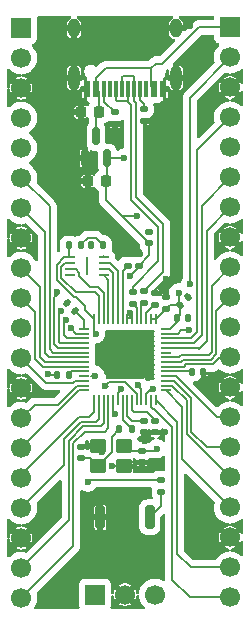
<source format=gbr>
%TF.GenerationSoftware,KiCad,Pcbnew,9.0.5*%
%TF.CreationDate,2025-12-04T18:44:12-08:00*%
%TF.ProjectId,devboard,64657662-6f61-4726-942e-6b696361645f,rev?*%
%TF.SameCoordinates,Original*%
%TF.FileFunction,Copper,L1,Top*%
%TF.FilePolarity,Positive*%
%FSLAX46Y46*%
G04 Gerber Fmt 4.6, Leading zero omitted, Abs format (unit mm)*
G04 Created by KiCad (PCBNEW 9.0.5) date 2025-12-04 18:44:12*
%MOMM*%
%LPD*%
G01*
G04 APERTURE LIST*
G04 Aperture macros list*
%AMRoundRect*
0 Rectangle with rounded corners*
0 $1 Rounding radius*
0 $2 $3 $4 $5 $6 $7 $8 $9 X,Y pos of 4 corners*
0 Add a 4 corners polygon primitive as box body*
4,1,4,$2,$3,$4,$5,$6,$7,$8,$9,$2,$3,0*
0 Add four circle primitives for the rounded corners*
1,1,$1+$1,$2,$3*
1,1,$1+$1,$4,$5*
1,1,$1+$1,$6,$7*
1,1,$1+$1,$8,$9*
0 Add four rect primitives between the rounded corners*
20,1,$1+$1,$2,$3,$4,$5,0*
20,1,$1+$1,$4,$5,$6,$7,0*
20,1,$1+$1,$6,$7,$8,$9,0*
20,1,$1+$1,$8,$9,$2,$3,0*%
G04 Aperture macros list end*
%TA.AperFunction,SMDPad,CuDef*%
%ADD10RoundRect,0.135000X0.135000X0.185000X-0.135000X0.185000X-0.135000X-0.185000X0.135000X-0.185000X0*%
%TD*%
%TA.AperFunction,SMDPad,CuDef*%
%ADD11RoundRect,0.135000X-0.185000X0.135000X-0.185000X-0.135000X0.185000X-0.135000X0.185000X0.135000X0*%
%TD*%
%TA.AperFunction,SMDPad,CuDef*%
%ADD12RoundRect,0.250000X-0.450000X-0.350000X0.450000X-0.350000X0.450000X0.350000X-0.450000X0.350000X0*%
%TD*%
%TA.AperFunction,SMDPad,CuDef*%
%ADD13RoundRect,0.140000X0.170000X-0.140000X0.170000X0.140000X-0.170000X0.140000X-0.170000X-0.140000X0*%
%TD*%
%TA.AperFunction,ComponentPad*%
%ADD14R,1.700000X1.700000*%
%TD*%
%TA.AperFunction,ComponentPad*%
%ADD15C,1.700000*%
%TD*%
%TA.AperFunction,SMDPad,CuDef*%
%ADD16RoundRect,0.140000X0.140000X0.170000X-0.140000X0.170000X-0.140000X-0.170000X0.140000X-0.170000X0*%
%TD*%
%TA.AperFunction,SMDPad,CuDef*%
%ADD17RoundRect,0.150000X0.150000X-0.587500X0.150000X0.587500X-0.150000X0.587500X-0.150000X-0.587500X0*%
%TD*%
%TA.AperFunction,SMDPad,CuDef*%
%ADD18RoundRect,0.140000X-0.170000X0.140000X-0.170000X-0.140000X0.170000X-0.140000X0.170000X0.140000X0*%
%TD*%
%TA.AperFunction,SMDPad,CuDef*%
%ADD19RoundRect,0.135000X-0.135000X-0.185000X0.135000X-0.185000X0.135000X0.185000X-0.135000X0.185000X0*%
%TD*%
%TA.AperFunction,SMDPad,CuDef*%
%ADD20RoundRect,0.225000X0.225000X0.250000X-0.225000X0.250000X-0.225000X-0.250000X0.225000X-0.250000X0*%
%TD*%
%TA.AperFunction,SMDPad,CuDef*%
%ADD21RoundRect,0.225000X-0.225000X-0.250000X0.225000X-0.250000X0.225000X0.250000X-0.225000X0.250000X0*%
%TD*%
%TA.AperFunction,SMDPad,CuDef*%
%ADD22RoundRect,0.062500X-0.387500X-0.062500X0.387500X-0.062500X0.387500X0.062500X-0.387500X0.062500X0*%
%TD*%
%TA.AperFunction,HeatsinkPad*%
%ADD23R,0.200000X1.600000*%
%TD*%
%TA.AperFunction,SMDPad,CuDef*%
%ADD24RoundRect,0.135000X0.185000X-0.135000X0.185000X0.135000X-0.185000X0.135000X-0.185000X-0.135000X0*%
%TD*%
%TA.AperFunction,SMDPad,CuDef*%
%ADD25RoundRect,0.140000X-0.140000X-0.170000X0.140000X-0.170000X0.140000X0.170000X-0.140000X0.170000X0*%
%TD*%
%TA.AperFunction,SMDPad,CuDef*%
%ADD26RoundRect,0.140000X0.219203X0.021213X0.021213X0.219203X-0.219203X-0.021213X-0.021213X-0.219203X0*%
%TD*%
%TA.AperFunction,SMDPad,CuDef*%
%ADD27RoundRect,0.140000X0.021213X-0.219203X0.219203X-0.021213X-0.021213X0.219203X-0.219203X0.021213X0*%
%TD*%
%TA.AperFunction,SMDPad,CuDef*%
%ADD28R,0.600000X1.450000*%
%TD*%
%TA.AperFunction,SMDPad,CuDef*%
%ADD29R,0.300000X1.450000*%
%TD*%
%TA.AperFunction,HeatsinkPad*%
%ADD30O,1.000000X2.100000*%
%TD*%
%TA.AperFunction,HeatsinkPad*%
%ADD31O,1.000000X1.600000*%
%TD*%
%TA.AperFunction,SMDPad,CuDef*%
%ADD32RoundRect,0.200000X-0.200000X-0.800000X0.200000X-0.800000X0.200000X0.800000X-0.200000X0.800000X0*%
%TD*%
%TA.AperFunction,SMDPad,CuDef*%
%ADD33RoundRect,0.050000X-0.387500X-0.050000X0.387500X-0.050000X0.387500X0.050000X-0.387500X0.050000X0*%
%TD*%
%TA.AperFunction,SMDPad,CuDef*%
%ADD34RoundRect,0.050000X-0.050000X-0.387500X0.050000X-0.387500X0.050000X0.387500X-0.050000X0.387500X0*%
%TD*%
%TA.AperFunction,HeatsinkPad*%
%ADD35R,3.200000X3.200000*%
%TD*%
%TA.AperFunction,ViaPad*%
%ADD36C,0.600000*%
%TD*%
%TA.AperFunction,Conductor*%
%ADD37C,0.200000*%
%TD*%
G04 APERTURE END LIST*
D10*
%TO.P,R6,1*%
%TO.N,+3V3*%
X149549999Y-77550000D03*
%TO.P,R6,2*%
%TO.N,QSPI_SS*%
X148530001Y-77550000D03*
%TD*%
D11*
%TO.P,R1,1*%
%TO.N,Net-(J1-CC1)*%
X154880000Y-66000001D03*
%TO.P,R1,2*%
%TO.N,GND*%
X154880000Y-67019999D03*
%TD*%
D12*
%TO.P,Crystal24,1,1*%
%TO.N,Net-(C16-Pad2)*%
X150990000Y-96270000D03*
%TO.P,Crystal24,2,2*%
%TO.N,GND*%
X153190000Y-96270000D03*
%TO.P,Crystal24,3,3*%
%TO.N,XIN*%
X153190000Y-94570000D03*
%TO.P,Crystal24,4,4*%
%TO.N,GND*%
X150990000Y-94570000D03*
%TD*%
D13*
%TO.P,C4,1*%
%TO.N,+3V3*%
X154460000Y-79270000D03*
%TO.P,C4,2*%
%TO.N,GND*%
X154460000Y-78310000D03*
%TD*%
%TO.P,C6,1*%
%TO.N,+3V3*%
X156790000Y-82900000D03*
%TO.P,C6,2*%
%TO.N,GND*%
X156790000Y-81940000D03*
%TD*%
D14*
%TO.P,J2,1,Pin_1*%
%TO.N,GPI00*%
X144490000Y-59140000D03*
D15*
%TO.P,J2,2,Pin_2*%
%TO.N,GPI01*%
X144490000Y-61680000D03*
%TO.P,J2,3,Pin_3*%
%TO.N,GND*%
X144490000Y-64220000D03*
%TO.P,J2,4,Pin_4*%
%TO.N,GPI02*%
X144490000Y-66760000D03*
%TO.P,J2,5,Pin_5*%
%TO.N,GPI03*%
X144490000Y-69300000D03*
%TO.P,J2,6,Pin_6*%
%TO.N,GPI04*%
X144490000Y-71840000D03*
%TO.P,J2,7,Pin_7*%
%TO.N,GPI05*%
X144490000Y-74380000D03*
%TO.P,J2,8,Pin_8*%
%TO.N,GND*%
X144490000Y-76920000D03*
%TO.P,J2,9,Pin_9*%
%TO.N,GPI06*%
X144490000Y-79460000D03*
%TO.P,J2,10,Pin_10*%
%TO.N,GPI07*%
X144490000Y-82000000D03*
%TO.P,J2,11,Pin_11*%
%TO.N,GPI08*%
X144490000Y-84540000D03*
%TO.P,J2,12,Pin_12*%
%TO.N,GPI09*%
X144490000Y-87080000D03*
%TO.P,J2,13,Pin_13*%
%TO.N,GND*%
X144490000Y-89620000D03*
%TO.P,J2,14,Pin_14*%
%TO.N,PGI010*%
X144490000Y-92160000D03*
%TO.P,J2,15,Pin_15*%
%TO.N,GPI011*%
X144490000Y-94700000D03*
%TO.P,J2,16,Pin_16*%
%TO.N,GPI012*%
X144490000Y-97240000D03*
%TO.P,J2,17,Pin_17*%
%TO.N,GPI013*%
X144490000Y-99780000D03*
%TO.P,J2,18,Pin_18*%
%TO.N,GND*%
X144490000Y-102320000D03*
%TO.P,J2,19,Pin_19*%
%TO.N,GPI014*%
X144490000Y-104860000D03*
%TO.P,J2,20,Pin_20*%
%TO.N,GPI015*%
X144490000Y-107400000D03*
%TD*%
D16*
%TO.P,C17,1*%
%TO.N,+3V3*%
X151400000Y-77520000D03*
%TO.P,C17,2*%
%TO.N,GND*%
X150440000Y-77520000D03*
%TD*%
D17*
%TO.P,U2,1,GND*%
%TO.N,GND*%
X149870000Y-70185000D03*
%TO.P,U2,2,VO*%
%TO.N,+3V3*%
X151770000Y-70185000D03*
%TO.P,U2,3,VI*%
%TO.N,VBUS*%
X150820000Y-68310000D03*
%TD*%
D14*
%TO.P,J4,1,Pin_1*%
%TO.N,SWCLK*%
X150740000Y-107120000D03*
D15*
%TO.P,J4,2,Pin_2*%
%TO.N,GND*%
X153280000Y-107120000D03*
%TO.P,J4,3,Pin_3*%
%TO.N,SWD*%
X155820000Y-107120000D03*
%TD*%
D18*
%TO.P,C16,1*%
%TO.N,GND*%
X149520000Y-94600000D03*
%TO.P,C16,2*%
%TO.N,Net-(C16-Pad2)*%
X149520000Y-95560000D03*
%TD*%
D19*
%TO.P,R5,1*%
%TO.N,Net-(C16-Pad2)*%
X152810000Y-93110000D03*
%TO.P,R5,2*%
%TO.N,XOUT*%
X153830000Y-93110000D03*
%TD*%
D20*
%TO.P,C13,1*%
%TO.N,VBUS*%
X151080000Y-66240000D03*
%TO.P,C13,2*%
%TO.N,GND*%
X149530000Y-66240000D03*
%TD*%
D14*
%TO.P,J3,1,Pin_1*%
%TO.N,VBUS*%
X162170000Y-59100000D03*
D15*
%TO.P,J3,2,Pin_2*%
%TO.N,GPI029_ADC3*%
X162170000Y-61640000D03*
%TO.P,J3,3,Pin_3*%
%TO.N,GND*%
X162170000Y-64180000D03*
%TO.P,J3,4,Pin_4*%
%TO.N,GPI028_ADC2*%
X162170000Y-66720000D03*
%TO.P,J3,5,Pin_5*%
%TO.N,+3V3*%
X162170000Y-69260000D03*
%TO.P,J3,6,Pin_6*%
%TO.N,GPIO27_ADC1*%
X162170000Y-71800000D03*
%TO.P,J3,7,Pin_7*%
%TO.N,GPI026_ADCO*%
X162170000Y-74340000D03*
%TO.P,J3,8,Pin_8*%
%TO.N,GND*%
X162170000Y-76880000D03*
%TO.P,J3,9,Pin_9*%
%TO.N,GPI024*%
X162170000Y-79420000D03*
%TO.P,J3,10,Pin_10*%
%TO.N,GPI023*%
X162170000Y-81960000D03*
%TO.P,J3,11,Pin_11*%
%TO.N,RUN*%
X162170000Y-84500000D03*
%TO.P,J3,12,Pin_12*%
%TO.N,GPI022*%
X162170000Y-87040000D03*
%TO.P,J3,13,Pin_13*%
%TO.N,GND*%
X162170000Y-89580000D03*
%TO.P,J3,14,Pin_14*%
%TO.N,GPI021*%
X162170000Y-92120000D03*
%TO.P,J3,15,Pin_15*%
%TO.N,GPI020*%
X162170000Y-94660000D03*
%TO.P,J3,16,Pin_16*%
%TO.N,GPI019*%
X162170000Y-97200000D03*
%TO.P,J3,17,Pin_17*%
%TO.N,GPI018*%
X162170000Y-99740000D03*
%TO.P,J3,18,Pin_18*%
%TO.N,GND*%
X162170000Y-102280000D03*
%TO.P,J3,19,Pin_19*%
%TO.N,GPI017*%
X162170000Y-104820000D03*
%TO.P,J3,20,Pin_20*%
%TO.N,GPI016*%
X162170000Y-107360000D03*
%TD*%
D11*
%TO.P,R3,1*%
%TO.N,USB_D-*%
X154880000Y-81440000D03*
%TO.P,R3,2*%
%TO.N,Net-(U1-USB_DM)*%
X154880000Y-82459998D03*
%TD*%
D16*
%TO.P,C2,1*%
%TO.N,+3V3*%
X148520000Y-88510000D03*
%TO.P,C2,2*%
%TO.N,GND*%
X147560000Y-88510000D03*
%TD*%
D21*
%TO.P,C14,1*%
%TO.N,GND*%
X150115000Y-72090000D03*
%TO.P,C14,2*%
%TO.N,+3V3*%
X151665000Y-72090000D03*
%TD*%
D22*
%TO.P,U3,1,~{CS}*%
%TO.N,QSPI_SS*%
X148635000Y-78567500D03*
%TO.P,U3,2,DO/IO_{1}*%
%TO.N,QSPI_SD1*%
X148635000Y-79067500D03*
%TO.P,U3,3,~{WP}/IO_{2}*%
%TO.N,QSPI_SD2*%
X148635000Y-79567500D03*
%TO.P,U3,4,GND*%
%TO.N,GND*%
X148635000Y-80067500D03*
%TO.P,U3,5,DI/IO_{0}*%
%TO.N,QSPI_SD0*%
X151485000Y-80067500D03*
%TO.P,U3,6,CLK*%
%TO.N,QSPI_SCLK*%
X151485000Y-79567500D03*
%TO.P,U3,7,~{HOLD}/~{RESET}/IO_{3}*%
%TO.N,QSPI_SD3*%
X151485000Y-79067500D03*
%TO.P,U3,8,VCC*%
%TO.N,+3V3*%
X151485000Y-78567500D03*
D23*
%TO.P,U3,9*%
%TO.N,N/C*%
X150060000Y-79317500D03*
%TD*%
D24*
%TO.P,R2,1*%
%TO.N,GND*%
X152430000Y-67309999D03*
%TO.P,R2,2*%
%TO.N,Net-(J1-CC2)*%
X152430000Y-66290001D03*
%TD*%
D18*
%TO.P,C3,1*%
%TO.N,+3V3*%
X154900000Y-92390000D03*
%TO.P,C3,2*%
%TO.N,GND*%
X154900000Y-93350000D03*
%TD*%
D13*
%TO.P,C10,1*%
%TO.N,+1V1*%
X153510000Y-79280000D03*
%TO.P,C10,2*%
%TO.N,GND*%
X153510000Y-78320000D03*
%TD*%
D25*
%TO.P,C8,1*%
%TO.N,+3V3*%
X158960000Y-88240000D03*
%TO.P,C8,2*%
%TO.N,GND*%
X159920000Y-88240000D03*
%TD*%
D26*
%TO.P,C1,1*%
%TO.N,+3V3*%
X149039411Y-83079411D03*
%TO.P,C1,2*%
%TO.N,GND*%
X148360589Y-82400589D03*
%TD*%
D27*
%TO.P,C9,1*%
%TO.N,+3V3*%
X157970589Y-82599411D03*
%TO.P,C9,2*%
%TO.N,GND*%
X158649411Y-81920589D03*
%TD*%
D13*
%TO.P,C5,1*%
%TO.N,+3V3*%
X155350000Y-77380000D03*
%TO.P,C5,2*%
%TO.N,GND*%
X155350000Y-76420000D03*
%TD*%
D24*
%TO.P,R7,1*%
%TO.N,Net-(R7-Pad1)*%
X156350000Y-98429999D03*
%TO.P,R7,2*%
%TO.N,QSPI_SS*%
X156350000Y-97410001D03*
%TD*%
D13*
%TO.P,C15,1*%
%TO.N,GND*%
X154720000Y-95910000D03*
%TO.P,C15,2*%
%TO.N,XIN*%
X154720000Y-94950000D03*
%TD*%
D25*
%TO.P,C7,1*%
%TO.N,+3V3*%
X157680000Y-83710000D03*
%TO.P,C7,2*%
%TO.N,GND*%
X158640000Y-83710000D03*
%TD*%
D28*
%TO.P,J1,A1,GND*%
%TO.N,GND*%
X156530000Y-64275000D03*
%TO.P,J1,A4,VBUS*%
%TO.N,VBUS*%
X155730000Y-64275000D03*
D29*
%TO.P,J1,A5,CC1*%
%TO.N,Net-(J1-CC1)*%
X154530000Y-64275000D03*
%TO.P,J1,A6,D+*%
%TO.N,USB_D+*%
X153530000Y-64275000D03*
%TO.P,J1,A7,D-*%
%TO.N,USB_D-*%
X153030000Y-64275000D03*
%TO.P,J1,A8*%
%TO.N,N/C*%
X152030000Y-64275000D03*
D28*
%TO.P,J1,A9,VBUS*%
%TO.N,VBUS*%
X150830000Y-64275000D03*
%TO.P,J1,A12,GND*%
%TO.N,GND*%
X150030000Y-64275000D03*
%TO.P,J1,B1,GND*%
X150030000Y-64275000D03*
%TO.P,J1,B4,VBUS*%
%TO.N,VBUS*%
X150830000Y-64275000D03*
D29*
%TO.P,J1,B5,CC2*%
%TO.N,Net-(J1-CC2)*%
X151530000Y-64275000D03*
%TO.P,J1,B6,D+*%
%TO.N,USB_D+*%
X152530000Y-64275000D03*
%TO.P,J1,B7,D-*%
%TO.N,USB_D-*%
X154030000Y-64275000D03*
%TO.P,J1,B8*%
%TO.N,N/C*%
X155030000Y-64275000D03*
D28*
%TO.P,J1,B9,VBUS*%
%TO.N,VBUS*%
X155730000Y-64275000D03*
%TO.P,J1,B12,GND*%
%TO.N,GND*%
X156530000Y-64275000D03*
D30*
%TO.P,J1,S1,SHIELD*%
X157600000Y-63360000D03*
D31*
X157600000Y-59180000D03*
D30*
X148960000Y-63360000D03*
D31*
X148960000Y-59180000D03*
%TD*%
D32*
%TO.P,SW1,1,1*%
%TO.N,GND*%
X151180000Y-100560000D03*
%TO.P,SW1,2,2*%
%TO.N,Net-(R7-Pad1)*%
X155380000Y-100560000D03*
%TD*%
D33*
%TO.P,U1,1,IOVDD*%
%TO.N,+3V3*%
X149832500Y-84620000D03*
%TO.P,U1,2,GPIO0*%
%TO.N,GPI00*%
X149832500Y-85020000D03*
%TO.P,U1,3,GPIO1*%
%TO.N,GPI01*%
X149832500Y-85420000D03*
%TO.P,U1,4,GPIO2*%
%TO.N,GPI02*%
X149832500Y-85820000D03*
%TO.P,U1,5,GPIO3*%
%TO.N,GPI03*%
X149832500Y-86220000D03*
%TO.P,U1,6,GPIO4*%
%TO.N,GPI04*%
X149832500Y-86620000D03*
%TO.P,U1,7,GPIO5*%
%TO.N,GPI05*%
X149832500Y-87020000D03*
%TO.P,U1,8,GPIO6*%
%TO.N,GPI06*%
X149832500Y-87420000D03*
%TO.P,U1,9,GPIO7*%
%TO.N,GPI07*%
X149832500Y-87820000D03*
%TO.P,U1,10,IOVDD*%
%TO.N,+3V3*%
X149832500Y-88220000D03*
%TO.P,U1,11,GPIO8*%
%TO.N,GPI08*%
X149832500Y-88620000D03*
%TO.P,U1,12,GPIO9*%
%TO.N,GPI09*%
X149832500Y-89020000D03*
%TO.P,U1,13,GPIO10*%
%TO.N,PGI010*%
X149832500Y-89420000D03*
%TO.P,U1,14,GPIO11*%
%TO.N,GPI011*%
X149832500Y-89820000D03*
D34*
%TO.P,U1,15,GPIO12*%
%TO.N,GPI012*%
X150670000Y-90657500D03*
%TO.P,U1,16,GPIO13*%
%TO.N,GPI013*%
X151070000Y-90657500D03*
%TO.P,U1,17,GPIO14*%
%TO.N,GPI014*%
X151470000Y-90657500D03*
%TO.P,U1,18,GPIO15*%
%TO.N,GPI015*%
X151870000Y-90657500D03*
%TO.P,U1,19,TESTEN*%
%TO.N,GND*%
X152270000Y-90657500D03*
%TO.P,U1,20,XIN*%
%TO.N,XIN*%
X152670000Y-90657500D03*
%TO.P,U1,21,XOUT*%
%TO.N,XOUT*%
X153070000Y-90657500D03*
%TO.P,U1,22,IOVDD*%
%TO.N,+3V3*%
X153470000Y-90657500D03*
%TO.P,U1,23,DVDD*%
%TO.N,+1V1*%
X153870000Y-90657500D03*
%TO.P,U1,24,SWCLK*%
%TO.N,SWCLK*%
X154270000Y-90657500D03*
%TO.P,U1,25,SWD*%
%TO.N,SWD*%
X154670000Y-90657500D03*
%TO.P,U1,26,RUN*%
%TO.N,RUN*%
X155070000Y-90657500D03*
%TO.P,U1,27,GPIO16*%
%TO.N,GPI016*%
X155470000Y-90657500D03*
%TO.P,U1,28,GPIO17*%
%TO.N,GPI017*%
X155870000Y-90657500D03*
D33*
%TO.P,U1,29,GPIO18*%
%TO.N,GPI018*%
X156707500Y-89820000D03*
%TO.P,U1,30,GPIO19*%
%TO.N,GPI019*%
X156707500Y-89420000D03*
%TO.P,U1,31,GPIO20*%
%TO.N,GPI020*%
X156707500Y-89020000D03*
%TO.P,U1,32,GPIO21*%
%TO.N,GPI021*%
X156707500Y-88620000D03*
%TO.P,U1,33,IOVDD*%
%TO.N,+3V3*%
X156707500Y-88220000D03*
%TO.P,U1,34,GPIO22*%
%TO.N,GPI022*%
X156707500Y-87820000D03*
%TO.P,U1,35,GPIO23*%
%TO.N,GPI023*%
X156707500Y-87420000D03*
%TO.P,U1,36,GPIO24*%
%TO.N,GPI024*%
X156707500Y-87020000D03*
%TO.P,U1,37,GPIO25*%
%TO.N,unconnected-(U1-GPIO25-Pad37)*%
X156707500Y-86620000D03*
%TO.P,U1,38,GPIO26_ADC0*%
%TO.N,GPI026_ADCO*%
X156707500Y-86220000D03*
%TO.P,U1,39,GPIO27_ADC1*%
%TO.N,GPIO27_ADC1*%
X156707500Y-85820000D03*
%TO.P,U1,40,GPIO28_ADC2*%
%TO.N,GPI028_ADC2*%
X156707500Y-85420000D03*
%TO.P,U1,41,GPIO29_ADC3*%
%TO.N,GPI029_ADC3*%
X156707500Y-85020000D03*
%TO.P,U1,42,IOVDD*%
%TO.N,+3V3*%
X156707500Y-84620000D03*
D34*
%TO.P,U1,43,ADC_AVDD*%
X155870000Y-83782500D03*
%TO.P,U1,44,VREG_IN*%
X155470000Y-83782500D03*
%TO.P,U1,45,VREG_VOUT*%
%TO.N,+1V1*%
X155070000Y-83782500D03*
%TO.P,U1,46,USB_DM*%
%TO.N,Net-(U1-USB_DM)*%
X154670000Y-83782500D03*
%TO.P,U1,47,USB_DP*%
%TO.N,Net-(U1-USB_DP)*%
X154270000Y-83782500D03*
%TO.P,U1,48,USB_VDD*%
%TO.N,+3V3*%
X153870000Y-83782500D03*
%TO.P,U1,49,IOVDD*%
X153470000Y-83782500D03*
%TO.P,U1,50,DVDD*%
%TO.N,+1V1*%
X153070000Y-83782500D03*
%TO.P,U1,51,QSPI_SD3*%
%TO.N,QSPI_SD3*%
X152670000Y-83782500D03*
%TO.P,U1,52,QSPI_SCLK*%
%TO.N,QSPI_SCLK*%
X152270000Y-83782500D03*
%TO.P,U1,53,QSPI_SD0*%
%TO.N,QSPI_SD0*%
X151870000Y-83782500D03*
%TO.P,U1,54,QSPI_SD2*%
%TO.N,QSPI_SD2*%
X151470000Y-83782500D03*
%TO.P,U1,55,QSPI_SD1*%
%TO.N,QSPI_SD1*%
X151070000Y-83782500D03*
%TO.P,U1,56,QSPI_SS*%
%TO.N,QSPI_SS*%
X150670000Y-83782500D03*
D35*
%TO.P,U1,57,GND*%
%TO.N,GND*%
X153270000Y-87220000D03*
%TD*%
D11*
%TO.P,R4,1*%
%TO.N,USB_D+*%
X153930000Y-81460000D03*
%TO.P,R4,2*%
%TO.N,Net-(U1-USB_DP)*%
X153930000Y-82479998D03*
%TD*%
D18*
%TO.P,C11,1*%
%TO.N,+1V1*%
X155820000Y-92420000D03*
%TO.P,C11,2*%
%TO.N,GND*%
X155820000Y-93380000D03*
%TD*%
D13*
%TO.P,C12,1*%
%TO.N,+1V1*%
X155830000Y-82580000D03*
%TO.P,C12,2*%
%TO.N,GND*%
X155830000Y-81620000D03*
%TD*%
D36*
%TO.N,+3V3*%
X153220000Y-70140000D03*
X154320735Y-75079265D03*
X157810000Y-81570000D03*
X153670000Y-80141473D03*
X153670000Y-83246176D03*
%TO.N,GND*%
X152470000Y-91800000D03*
X155180000Y-68170000D03*
X154970000Y-94130000D03*
X151340000Y-95071472D03*
X156771765Y-80396765D03*
X158767739Y-58987739D03*
X152190000Y-96238295D03*
X152910000Y-68160000D03*
X146780000Y-88420000D03*
X156630000Y-93390000D03*
X156790000Y-81160000D03*
%TO.N,XIN*%
X152979622Y-89721000D03*
X155970000Y-94760000D03*
%TO.N,GPI02*%
X147894000Y-83100000D03*
%TO.N,GPI01*%
X148295000Y-83842784D03*
%TO.N,GPI00*%
X148696000Y-84579713D03*
%TO.N,GPI08*%
X150770000Y-88570000D03*
%TO.N,GPI03*%
X147493000Y-81510000D03*
%TO.N,GPI029_ADC3*%
X158699735Y-84741735D03*
X158778000Y-80820000D03*
%TO.N,RUN*%
X155660000Y-89720000D03*
%TO.N,SWD*%
X154343152Y-89346848D03*
%TO.N,SWCLK*%
X151609236Y-89429237D03*
%TO.N,QSPI_SS*%
X150140000Y-97610000D03*
X150810000Y-85020000D03*
%TD*%
D37*
%TO.N,+3V3*%
X154460000Y-79270000D02*
X154460000Y-79350000D01*
X158940000Y-88220000D02*
X158960000Y-88240000D01*
X153060000Y-75090000D02*
X155350000Y-77380000D01*
X154900000Y-92390000D02*
X153841000Y-92390000D01*
X157810000Y-81570000D02*
X157810000Y-82438822D01*
X153841000Y-92390000D02*
X153470000Y-92019000D01*
X151665000Y-73695000D02*
X153060000Y-75090000D01*
X150789000Y-76909000D02*
X151400000Y-77520000D01*
X151665000Y-72090000D02*
X151665000Y-73695000D01*
X155350000Y-78380000D02*
X154460000Y-79270000D01*
X155350000Y-77380000D02*
X155350000Y-78380000D01*
X154460000Y-79350000D02*
X153670000Y-80140000D01*
X150113450Y-76909000D02*
X150789000Y-76909000D01*
X157090589Y-82599411D02*
X156790000Y-82900000D01*
X151815000Y-70140000D02*
X151770000Y-70185000D01*
X153060000Y-75090000D02*
X154310000Y-75090000D01*
X157680000Y-84019999D02*
X157080999Y-84619000D01*
X153670000Y-80140000D02*
X153670000Y-80141473D01*
X156707500Y-88220000D02*
X158940000Y-88220000D01*
X149549999Y-77472451D02*
X150113450Y-76909000D01*
X151400000Y-78482500D02*
X151485000Y-78567500D01*
X157080999Y-84619000D02*
X156590000Y-84619000D01*
X157810000Y-82438822D02*
X157970589Y-82599411D01*
X153670000Y-83582500D02*
X153870000Y-83782500D01*
X149832500Y-83872500D02*
X149039411Y-83079411D01*
X153470000Y-92019000D02*
X153470000Y-90657500D01*
X156752500Y-82900000D02*
X155870000Y-83782500D01*
X157970589Y-82599411D02*
X157090589Y-82599411D01*
X153670000Y-83582500D02*
X153470000Y-83782500D01*
X153670000Y-83246176D02*
X153670000Y-83582500D01*
X148810000Y-88220000D02*
X148520000Y-88510000D01*
X149549999Y-77550000D02*
X149549999Y-77472451D01*
X151770000Y-70185000D02*
X151770000Y-71985000D01*
X157970589Y-83419411D02*
X157680000Y-83710000D01*
X149832500Y-88220000D02*
X148810000Y-88220000D01*
X155870000Y-83782500D02*
X155470000Y-83782500D01*
X157680000Y-83710000D02*
X157680000Y-84019999D01*
X157970589Y-82599411D02*
X157970589Y-83419411D01*
X153220000Y-70140000D02*
X151815000Y-70140000D01*
X156790000Y-82900000D02*
X156752500Y-82900000D01*
X149832500Y-84620000D02*
X149832500Y-83872500D01*
X154310000Y-75090000D02*
X154320735Y-75079265D01*
X151770000Y-71985000D02*
X151665000Y-72090000D01*
%TO.N,GND*%
X155180000Y-68170000D02*
X155180000Y-67509998D01*
X149520000Y-94600000D02*
X150960000Y-94600000D01*
X150940000Y-94620000D02*
X150990000Y-94570000D01*
X154880000Y-67209998D02*
X155180000Y-67509998D01*
X151180000Y-105020000D02*
X153280000Y-107120000D01*
X155830000Y-81620000D02*
X155830000Y-81338530D01*
X153550000Y-95910000D02*
X153190000Y-96270000D01*
X158575478Y-59180000D02*
X158767739Y-58987739D01*
X152270000Y-90657500D02*
X152270000Y-91600000D01*
X156790000Y-81940000D02*
X156790000Y-81160000D01*
X152190000Y-96238295D02*
X153158295Y-96238295D01*
X154900000Y-94060000D02*
X154970000Y-94130000D01*
X155830000Y-81338530D02*
X156771765Y-80396765D01*
X150990000Y-94721472D02*
X151340000Y-95071472D01*
X154880000Y-67019999D02*
X154880000Y-67209998D01*
X154720000Y-95910000D02*
X153550000Y-95910000D01*
X156330000Y-81620000D02*
X156790000Y-81160000D01*
X146870000Y-88510000D02*
X146780000Y-88420000D01*
X152430000Y-67309999D02*
X152430000Y-67680000D01*
X150960000Y-94600000D02*
X150990000Y-94570000D01*
X150990000Y-94570000D02*
X150990000Y-94721472D01*
X152270000Y-91600000D02*
X152470000Y-91800000D01*
X146930000Y-88570000D02*
X146780000Y-88420000D01*
X152430000Y-67680000D02*
X152910000Y-68160000D01*
X155820000Y-93380000D02*
X156620000Y-93380000D01*
X147560000Y-88510000D02*
X146870000Y-88510000D01*
X153158295Y-96238295D02*
X153190000Y-96270000D01*
X155830000Y-81620000D02*
X156330000Y-81620000D01*
X154900000Y-93350000D02*
X154900000Y-94060000D01*
X151180000Y-100560000D02*
X151180000Y-105020000D01*
X157600000Y-59180000D02*
X158575478Y-59180000D01*
X156620000Y-93380000D02*
X156630000Y-93390000D01*
%TO.N,+1V1*%
X154020000Y-91640000D02*
X155160000Y-91640000D01*
X153070000Y-79720000D02*
X153070000Y-83782500D01*
X155160000Y-91640000D02*
X155820000Y-92300000D01*
X155737226Y-82580000D02*
X155070000Y-83247226D01*
X155070000Y-83247226D02*
X155070000Y-83782500D01*
X153510000Y-79280000D02*
X153070000Y-79720000D01*
X155820000Y-92300000D02*
X155820000Y-92420000D01*
X155830000Y-82580000D02*
X155737226Y-82580000D01*
X153870000Y-91490000D02*
X154020000Y-91640000D01*
X153870000Y-90657500D02*
X153870000Y-91490000D01*
%TO.N,VBUS*%
X156450008Y-62154000D02*
X155889992Y-62154000D01*
X150820000Y-68310000D02*
X150820000Y-66500000D01*
X150830000Y-63350000D02*
X150830000Y-64275000D01*
X150820000Y-66500000D02*
X151080000Y-66240000D01*
X155494000Y-62549992D02*
X151630008Y-62549992D01*
X151630008Y-62549992D02*
X150830000Y-63350000D01*
X151080000Y-64525000D02*
X150830000Y-64275000D01*
X155494000Y-64039000D02*
X155730000Y-64275000D01*
X155494000Y-62549992D02*
X155494000Y-64039000D01*
X151080000Y-66240000D02*
X151080000Y-64525000D01*
X162170000Y-59100000D02*
X159504008Y-59100000D01*
X159504008Y-59100000D02*
X156450008Y-62154000D01*
X155889992Y-62154000D02*
X155494000Y-62549992D01*
%TO.N,XIN*%
X153570000Y-94950000D02*
X153190000Y-94570000D01*
X152670000Y-90030622D02*
X152979622Y-89721000D01*
X152670000Y-90657500D02*
X152670000Y-90030622D01*
X154720000Y-94950000D02*
X153570000Y-94950000D01*
X154720000Y-94950000D02*
X155780000Y-94950000D01*
X155780000Y-94950000D02*
X155970000Y-94760000D01*
%TO.N,Net-(C16-Pad2)*%
X152189000Y-95071000D02*
X150990000Y-96270000D01*
X150280000Y-95560000D02*
X150990000Y-96270000D01*
X149520000Y-95560000D02*
X150280000Y-95560000D01*
X152189000Y-93731000D02*
X152189000Y-95071000D01*
X152810000Y-93110000D02*
X152189000Y-93731000D01*
%TO.N,Net-(J1-CC2)*%
X151530000Y-65390001D02*
X152430000Y-66290001D01*
X151530000Y-64275000D02*
X151530000Y-65390001D01*
%TO.N,USB_D+*%
X156090000Y-78890000D02*
X156090000Y-76000000D01*
X153820000Y-73730000D02*
X153820000Y-65640000D01*
X152530000Y-65252000D02*
X152579000Y-65301000D01*
X152579000Y-65301000D02*
X153481000Y-65301000D01*
X153530000Y-65252000D02*
X153530000Y-64275000D01*
X153481000Y-65301000D02*
X153530000Y-65252000D01*
X152530000Y-64275000D02*
X152530000Y-65252000D01*
X154010000Y-81410000D02*
X154010000Y-81630001D01*
X153930000Y-81460000D02*
X153930000Y-81050000D01*
X153930000Y-81050000D02*
X156090000Y-78890000D01*
X156090000Y-76000000D02*
X153820000Y-73730000D01*
X153820000Y-65640000D02*
X153481000Y-65301000D01*
%TO.N,USB_D-*%
X153030000Y-63298000D02*
X153079000Y-63249000D01*
X154221000Y-73480000D02*
X156491000Y-75750000D01*
X154030000Y-63298000D02*
X154030000Y-64275000D01*
X156491000Y-75750000D02*
X156491000Y-79829000D01*
X156491000Y-79829000D02*
X154880000Y-81440000D01*
X154030000Y-64275000D02*
X154030000Y-65282900D01*
X153030000Y-64275000D02*
X153030000Y-63298000D01*
X154030000Y-65282900D02*
X154221000Y-65473900D01*
X154221000Y-65473900D02*
X154221000Y-73480000D01*
X153079000Y-63249000D02*
X153981000Y-63249000D01*
X153981000Y-63249000D02*
X154030000Y-63298000D01*
%TO.N,Net-(J1-CC1)*%
X154880000Y-65565800D02*
X154880000Y-66000001D01*
X154530000Y-65215800D02*
X154880000Y-65565800D01*
X154530000Y-64275000D02*
X154530000Y-65215800D01*
%TO.N,GPI04*%
X146893000Y-74243000D02*
X146893000Y-86343000D01*
X144490000Y-71840000D02*
X146893000Y-74243000D01*
X147170000Y-86620000D02*
X149832500Y-86620000D01*
X146893000Y-86343000D02*
X147170000Y-86620000D01*
%TO.N,GPI02*%
X147801100Y-85820000D02*
X149832500Y-85820000D01*
X147894000Y-83100000D02*
X147695000Y-83299000D01*
X147695000Y-83299000D02*
X147695000Y-85713900D01*
X147695000Y-85713900D02*
X147801100Y-85820000D01*
%TO.N,PGI010*%
X145620000Y-91030000D02*
X144490000Y-92160000D01*
X147592900Y-91030000D02*
X145620000Y-91030000D01*
X149202900Y-89420000D02*
X147592900Y-91030000D01*
X149832500Y-89420000D02*
X149202900Y-89420000D01*
%TO.N,GPI01*%
X148295000Y-83842784D02*
X148096000Y-84041784D01*
X149041000Y-85420000D02*
X149040000Y-85419000D01*
X148096000Y-85140000D02*
X148130000Y-85140000D01*
X148409000Y-85419000D02*
X149040000Y-85419000D01*
X149832500Y-85420000D02*
X149041000Y-85420000D01*
X148130000Y-85140000D02*
X148409000Y-85419000D01*
X148096000Y-84041784D02*
X148096000Y-85140000D01*
%TO.N,GPI014*%
X151210000Y-92880000D02*
X151469000Y-92621000D01*
X148508000Y-100842000D02*
X148508000Y-94107350D01*
X151470000Y-92299000D02*
X151470000Y-90657500D01*
X144490000Y-104860000D02*
X148508000Y-100842000D01*
X151469000Y-92300000D02*
X151470000Y-92299000D01*
X148508000Y-94107350D02*
X149735350Y-92880000D01*
X149735350Y-92880000D02*
X151210000Y-92880000D01*
X151469000Y-92621000D02*
X151469000Y-92300000D01*
%TO.N,GPI06*%
X149832500Y-87420000D02*
X146500000Y-87420000D01*
X146091000Y-87011000D02*
X146091000Y-81061000D01*
X146091000Y-81061000D02*
X144490000Y-79460000D01*
X146500000Y-87420000D02*
X146091000Y-87011000D01*
%TO.N,GPI07*%
X145690000Y-87210000D02*
X146300000Y-87820000D01*
X146300000Y-87820000D02*
X149832500Y-87820000D01*
X145690000Y-83200000D02*
X145690000Y-87210000D01*
X144490000Y-82000000D02*
X145690000Y-83200000D01*
%TO.N,GPI00*%
X149832500Y-85020000D02*
X149192000Y-85020000D01*
X149192000Y-85020000D02*
X149190000Y-85018000D01*
X148696000Y-84579713D02*
X149134287Y-85018000D01*
X149134287Y-85018000D02*
X149190000Y-85018000D01*
%TO.N,GPI09*%
X149035800Y-89020000D02*
X149832500Y-89020000D01*
X146591000Y-89181000D02*
X148874800Y-89181000D01*
X148874800Y-89181000D02*
X149035800Y-89020000D01*
X144490000Y-87080000D02*
X146591000Y-89181000D01*
%TO.N,GPI08*%
X150770000Y-88570000D02*
X150417774Y-88570000D01*
X150417774Y-88570000D02*
X150367774Y-88620000D01*
%TO.N,GPI05*%
X149832500Y-87020000D02*
X146840000Y-87020000D01*
X146492000Y-76382000D02*
X144490000Y-74380000D01*
X146492000Y-86672000D02*
X146492000Y-76382000D01*
X146840000Y-87020000D02*
X146492000Y-86672000D01*
%TO.N,GPI015*%
X144490000Y-107400000D02*
X148909000Y-102981000D01*
X149852450Y-93330000D02*
X151580000Y-93330000D01*
X148909000Y-102981000D02*
X148909000Y-94273450D01*
X148909000Y-94273450D02*
X149852450Y-93330000D01*
X151580000Y-93330000D02*
X151870000Y-93040000D01*
X151870000Y-93040000D02*
X151870000Y-90657500D01*
%TO.N,GPI03*%
X147493000Y-81510000D02*
X147493000Y-81737000D01*
X147634000Y-86220000D02*
X147294000Y-85880000D01*
X147493000Y-81737000D02*
X147294000Y-81936000D01*
X149832500Y-86220000D02*
X147634000Y-86220000D01*
X147294000Y-81936000D02*
X147294000Y-85880000D01*
%TO.N,GPI013*%
X150840000Y-92479000D02*
X151070000Y-92249000D01*
X148107000Y-96163000D02*
X148107000Y-93941250D01*
X148107000Y-93941250D02*
X149569250Y-92479000D01*
X151070000Y-92249000D02*
X151070000Y-90657500D01*
X149569250Y-92479000D02*
X150840000Y-92479000D01*
X144490000Y-99780000D02*
X148107000Y-96163000D01*
%TO.N,GPI011*%
X147260000Y-91930000D02*
X149369000Y-89821000D01*
X144490000Y-94700000D02*
X147260000Y-91930000D01*
X149369000Y-89821000D02*
X149670000Y-89821000D01*
%TO.N,GPI012*%
X150670000Y-91678000D02*
X150670000Y-90657500D01*
X144490000Y-96991150D02*
X149403150Y-92078000D01*
X144490000Y-97240000D02*
X144490000Y-96991150D01*
X150270000Y-92078000D02*
X150670000Y-91678000D01*
X149403150Y-92078000D02*
X150270000Y-92078000D01*
%TO.N,GPI022*%
X160721000Y-87629000D02*
X158480000Y-87629000D01*
X158289000Y-87820000D02*
X156707500Y-87820000D01*
X162170000Y-87040000D02*
X161310000Y-87040000D01*
X161310000Y-87040000D02*
X160721000Y-87629000D01*
X158480000Y-87629000D02*
X158289000Y-87820000D01*
%TO.N,GPI029_ADC3*%
X158699735Y-84741735D02*
X158028265Y-84741735D01*
X158028265Y-84741735D02*
X157750000Y-85020000D01*
X157750000Y-85020000D02*
X156707500Y-85020000D01*
X158778000Y-65032000D02*
X158778000Y-80820000D01*
X162170000Y-61640000D02*
X158778000Y-65032000D01*
%TO.N,GPI020*%
X158894000Y-90504126D02*
X157409874Y-89020000D01*
X160197100Y-94660000D02*
X158894000Y-93356900D01*
X158894000Y-93356900D02*
X158894000Y-90504126D01*
X157409874Y-89020000D02*
X156707500Y-89020000D01*
X162170000Y-94660000D02*
X160197100Y-94660000D01*
%TO.N,GPI024*%
X160388800Y-86827000D02*
X158004900Y-86827000D01*
X157811900Y-87020000D02*
X156707500Y-87020000D01*
X162170000Y-79420000D02*
X160618000Y-80972000D01*
X158004900Y-86827000D02*
X157811900Y-87020000D01*
X160618000Y-80972000D02*
X160618000Y-86597800D01*
X160618000Y-86597800D02*
X160388800Y-86827000D01*
%TO.N,GPI021*%
X157576974Y-88620000D02*
X156707500Y-88620000D01*
X162170000Y-92120000D02*
X161076974Y-92120000D01*
X161076974Y-92120000D02*
X157576974Y-88620000D01*
%TO.N,GPI026_ADCO*%
X156707500Y-86220000D02*
X159460000Y-86220000D01*
X159540000Y-86300000D02*
X160180000Y-85660000D01*
X160180000Y-76330000D02*
X162170000Y-74340000D01*
X160180000Y-85660000D02*
X160180000Y-76330000D01*
X159460000Y-86220000D02*
X159540000Y-86300000D01*
%TO.N,GPI016*%
X158750000Y-107360000D02*
X157290000Y-105900000D01*
X157290000Y-92952450D02*
X155733550Y-91396000D01*
X162170000Y-107360000D02*
X158750000Y-107360000D01*
X155733550Y-91396000D02*
X155636000Y-91396000D01*
X155470000Y-91230000D02*
X155470000Y-90657500D01*
X157290000Y-105900000D02*
X157290000Y-92952450D01*
X155636000Y-91396000D02*
X155470000Y-91230000D01*
%TO.N,GPI028_ADC2*%
X159378000Y-84912000D02*
X158870000Y-85420000D01*
X159378000Y-69512000D02*
X159378000Y-84912000D01*
X162170000Y-66720000D02*
X159378000Y-69512000D01*
X158870000Y-85420000D02*
X156707500Y-85420000D01*
%TO.N,RUN*%
X155472226Y-89720000D02*
X155070000Y-90122226D01*
X155070000Y-90122226D02*
X155070000Y-90657500D01*
X155660000Y-89720000D02*
X155472226Y-89720000D01*
%TO.N,GPI019*%
X157242774Y-89420000D02*
X156707500Y-89420000D01*
X158493000Y-90670226D02*
X157242774Y-89420000D01*
X158493000Y-93523000D02*
X158493000Y-90670226D01*
X162170000Y-97200000D02*
X158493000Y-93523000D01*
%TO.N,GPI018*%
X158092000Y-95662000D02*
X158092000Y-91204500D01*
X158092000Y-91204500D02*
X156707500Y-89820000D01*
X162170000Y-99740000D02*
X158092000Y-95662000D01*
%TO.N,GPI023*%
X161019000Y-83111000D02*
X161019000Y-86763900D01*
X160554900Y-87228000D02*
X158171000Y-87228000D01*
X157979000Y-87420000D02*
X156707500Y-87420000D01*
X162170000Y-81960000D02*
X161019000Y-83111000D01*
X158171000Y-87228000D02*
X157979000Y-87420000D01*
X161019000Y-86763900D02*
X160554900Y-87228000D01*
%TO.N,GPIO27_ADC1*%
X159779000Y-85130000D02*
X159089000Y-85820000D01*
X159779000Y-74191000D02*
X159779000Y-85130000D01*
X162170000Y-71800000D02*
X159779000Y-74191000D01*
X159089000Y-85820000D02*
X156707500Y-85820000D01*
%TO.N,GPI017*%
X162170000Y-104820000D02*
X158830000Y-104820000D01*
X158830000Y-104820000D02*
X157691000Y-103681000D01*
X157691000Y-92478500D02*
X155870000Y-90657500D01*
X157691000Y-103681000D02*
X157691000Y-92478500D01*
%TO.N,SWD*%
X154670000Y-90657500D02*
X154670000Y-89673696D01*
X154670000Y-89673696D02*
X154343152Y-89346848D01*
%TO.N,SWCLK*%
X154270000Y-90122226D02*
X154270000Y-90657500D01*
X151917473Y-89121000D02*
X153268774Y-89121000D01*
X151609236Y-89429237D02*
X151917473Y-89121000D01*
X153268774Y-89121000D02*
X154270000Y-90122226D01*
X151800000Y-89440000D02*
X151800000Y-89430000D01*
%TO.N,Net-(U1-USB_DM)*%
X154670000Y-82669998D02*
X154670000Y-83782500D01*
X154880000Y-82459998D02*
X154670000Y-82669998D01*
%TO.N,Net-(U1-USB_DP)*%
X153930000Y-82479998D02*
X154270000Y-82819998D01*
X154270000Y-82819998D02*
X154270000Y-83782500D01*
%TO.N,XOUT*%
X153070000Y-91851900D02*
X153069000Y-91852900D01*
X153069000Y-92349000D02*
X153069000Y-91852900D01*
X153070000Y-90657500D02*
X153070000Y-91851900D01*
X153830000Y-93110000D02*
X153069000Y-92349000D01*
%TO.N,QSPI_SS*%
X150810000Y-85020000D02*
X150669000Y-84879000D01*
X149120000Y-81911000D02*
X149919000Y-82710000D01*
X148945602Y-81911000D02*
X149120000Y-81911000D01*
X150669000Y-84879000D02*
X150669000Y-83782500D01*
X148635000Y-78567500D02*
X148102102Y-78567500D01*
X148530001Y-78462501D02*
X148635000Y-78567500D01*
X148530001Y-77550000D02*
X148530001Y-78462501D01*
X150339999Y-97410001D02*
X150140000Y-97610000D01*
X147483000Y-79186602D02*
X147483000Y-80448398D01*
X156350000Y-97410001D02*
X150339999Y-97410001D01*
X148102102Y-78567500D02*
X147483000Y-79186602D01*
X147483000Y-80448398D02*
X148945602Y-81911000D01*
X149919000Y-82710000D02*
X149919000Y-83031500D01*
X149919000Y-83031500D02*
X150670000Y-83782500D01*
%TO.N,Net-(R7-Pad1)*%
X156350000Y-99590000D02*
X155380000Y-100560000D01*
X156350000Y-98429999D02*
X156350000Y-99590000D01*
%TO.N,QSPI_SD3*%
X152670000Y-79719602D02*
X152670000Y-83782500D01*
X151485000Y-79067500D02*
X152017898Y-79067500D01*
X152017898Y-79067500D02*
X152670000Y-79719602D01*
%TO.N,QSPI_SD0*%
X151485000Y-80067500D02*
X151870000Y-80452500D01*
X151870000Y-80452500D02*
X151870000Y-83782500D01*
%TO.N,QSPI_SD2*%
X149100798Y-79567500D02*
X149386000Y-79852702D01*
X149386000Y-79852702D02*
X149386000Y-80145500D01*
X150340500Y-81100000D02*
X150990000Y-81100000D01*
X149386000Y-80145500D02*
X150340500Y-81100000D01*
X150990000Y-81100000D02*
X151470000Y-81580000D01*
X148635000Y-79567500D02*
X149100798Y-79567500D01*
X151470000Y-81580000D02*
X151470000Y-83782500D01*
%TO.N,QSPI_SD1*%
X151070000Y-81830000D02*
X151070000Y-83782500D01*
X147884000Y-79352702D02*
X147884000Y-80282298D01*
X147884000Y-80282298D02*
X149111702Y-81510000D01*
X148169202Y-79067500D02*
X147884000Y-79352702D01*
X148635000Y-79067500D02*
X148169202Y-79067500D01*
X150750000Y-81510000D02*
X151070000Y-81830000D01*
X149111702Y-81510000D02*
X150750000Y-81510000D01*
%TO.N,QSPI_SCLK*%
X151485000Y-79567500D02*
X151950798Y-79567500D01*
X152270000Y-79886702D02*
X152270000Y-83782500D01*
X151950798Y-79567500D02*
X152270000Y-79886702D01*
%TD*%
%TA.AperFunction,Conductor*%
%TO.N,GND*%
G36*
X155487764Y-98030186D02*
G01*
X155533519Y-98082990D01*
X155543463Y-98152148D01*
X155539801Y-98169097D01*
X155532335Y-98194793D01*
X155532334Y-98194796D01*
X155529500Y-98230810D01*
X155529500Y-98629168D01*
X155529501Y-98629190D01*
X155532335Y-98665204D01*
X155577129Y-98819387D01*
X155577130Y-98819390D01*
X155577131Y-98819392D01*
X155608468Y-98872380D01*
X155625650Y-98940104D01*
X155603490Y-99006366D01*
X155549023Y-99050129D01*
X155501735Y-99059500D01*
X155123384Y-99059500D01*
X155104145Y-99061248D01*
X155052807Y-99065913D01*
X154890393Y-99116522D01*
X154744811Y-99204530D01*
X154624530Y-99324811D01*
X154536522Y-99470393D01*
X154485913Y-99632807D01*
X154479500Y-99703386D01*
X154479500Y-101416613D01*
X154485913Y-101487192D01*
X154485913Y-101487194D01*
X154485914Y-101487196D01*
X154524737Y-101611785D01*
X154536522Y-101649606D01*
X154624530Y-101795188D01*
X154744811Y-101915469D01*
X154744813Y-101915470D01*
X154744815Y-101915472D01*
X154890394Y-102003478D01*
X155052804Y-102054086D01*
X155123384Y-102060500D01*
X155123387Y-102060500D01*
X155636613Y-102060500D01*
X155636616Y-102060500D01*
X155707196Y-102054086D01*
X155869606Y-102003478D01*
X156015185Y-101915472D01*
X156135472Y-101795185D01*
X156223478Y-101649606D01*
X156274086Y-101487196D01*
X156280500Y-101416616D01*
X156280500Y-100560097D01*
X156289144Y-100530656D01*
X156295668Y-100500670D01*
X156299422Y-100495654D01*
X156300185Y-100493058D01*
X156316819Y-100472416D01*
X156477819Y-100311416D01*
X156539142Y-100277931D01*
X156608834Y-100282915D01*
X156664767Y-100324787D01*
X156689184Y-100390251D01*
X156689500Y-100399097D01*
X156689500Y-105813330D01*
X156689499Y-105813348D01*
X156689499Y-105844980D01*
X156669814Y-105912019D01*
X156617010Y-105957774D01*
X156547852Y-105967718D01*
X156509205Y-105955465D01*
X156338417Y-105868445D01*
X156338414Y-105868444D01*
X156338412Y-105868443D01*
X156136243Y-105802754D01*
X156136241Y-105802753D01*
X156136240Y-105802753D01*
X155974957Y-105777208D01*
X155926287Y-105769500D01*
X155713713Y-105769500D01*
X155665042Y-105777208D01*
X155503760Y-105802753D01*
X155301585Y-105868444D01*
X155112179Y-105964951D01*
X154940213Y-106089890D01*
X154789890Y-106240213D01*
X154664951Y-106412179D01*
X154568444Y-106601585D01*
X154502753Y-106803760D01*
X154470836Y-107005278D01*
X154440907Y-107068413D01*
X154381595Y-107105344D01*
X154311733Y-107104346D01*
X154253500Y-107065736D01*
X154226746Y-107010071D01*
X154193493Y-106842902D01*
X154193491Y-106842894D01*
X154121879Y-106670007D01*
X154106524Y-106647027D01*
X153762962Y-106990589D01*
X153745925Y-106927007D01*
X153680099Y-106812993D01*
X153587007Y-106719901D01*
X153472993Y-106654075D01*
X153409409Y-106637037D01*
X153752972Y-106293474D01*
X153752971Y-106293473D01*
X153730002Y-106278126D01*
X153729990Y-106278119D01*
X153557105Y-106206508D01*
X153557097Y-106206506D01*
X153373570Y-106170000D01*
X153186430Y-106170000D01*
X153002902Y-106206506D01*
X153002894Y-106206508D01*
X152830005Y-106278121D01*
X152807027Y-106293473D01*
X152807027Y-106293474D01*
X153150591Y-106637037D01*
X153087007Y-106654075D01*
X152972993Y-106719901D01*
X152879901Y-106812993D01*
X152814075Y-106927007D01*
X152797037Y-106990590D01*
X152453474Y-106647027D01*
X152453473Y-106647027D01*
X152438121Y-106670005D01*
X152366508Y-106842894D01*
X152366506Y-106842900D01*
X152336116Y-106995681D01*
X152303731Y-107057592D01*
X152243015Y-107092166D01*
X152173246Y-107088426D01*
X152116574Y-107047559D01*
X152090992Y-106982541D01*
X152090499Y-106971489D01*
X152090499Y-106222129D01*
X152090498Y-106222123D01*
X152090497Y-106222116D01*
X152084091Y-106162517D01*
X152080359Y-106152512D01*
X152033797Y-106027671D01*
X152033793Y-106027664D01*
X151947547Y-105912455D01*
X151947544Y-105912452D01*
X151832335Y-105826206D01*
X151832328Y-105826202D01*
X151697482Y-105775908D01*
X151697483Y-105775908D01*
X151637883Y-105769501D01*
X151637881Y-105769500D01*
X151637873Y-105769500D01*
X151637864Y-105769500D01*
X149842129Y-105769500D01*
X149842123Y-105769501D01*
X149782516Y-105775908D01*
X149647671Y-105826202D01*
X149647664Y-105826206D01*
X149532455Y-105912452D01*
X149532452Y-105912455D01*
X149446206Y-106027664D01*
X149446202Y-106027671D01*
X149395908Y-106162517D01*
X149391179Y-106206506D01*
X149389501Y-106222123D01*
X149389500Y-106222135D01*
X149389500Y-108017870D01*
X149389501Y-108017876D01*
X149395908Y-108077483D01*
X149427494Y-108162167D01*
X149432478Y-108231858D01*
X149398993Y-108293182D01*
X149337670Y-108326666D01*
X149311312Y-108329500D01*
X145727352Y-108329500D01*
X145660313Y-108309815D01*
X145614558Y-108257011D01*
X145604614Y-108187853D01*
X145627034Y-108132614D01*
X145645051Y-108107816D01*
X145741557Y-107918412D01*
X145807246Y-107716243D01*
X145840500Y-107506287D01*
X145840500Y-107293713D01*
X145807246Y-107083757D01*
X145793506Y-107041473D01*
X145791512Y-106971635D01*
X145823755Y-106915478D01*
X149389520Y-103349716D01*
X149468577Y-103212784D01*
X149509501Y-103060057D01*
X149509501Y-102901942D01*
X149509501Y-102894347D01*
X149509500Y-102894329D01*
X149509500Y-101404785D01*
X150680001Y-101404785D01*
X150680002Y-101404808D01*
X150682908Y-101429869D01*
X150682909Y-101429873D01*
X150728211Y-101532474D01*
X150728214Y-101532479D01*
X150807520Y-101611785D01*
X150807525Y-101611788D01*
X150910126Y-101657090D01*
X150910129Y-101657091D01*
X150929999Y-101659395D01*
X150930000Y-101659395D01*
X151430000Y-101659395D01*
X151449870Y-101657091D01*
X151449873Y-101657090D01*
X151552474Y-101611788D01*
X151552479Y-101611785D01*
X151631785Y-101532479D01*
X151631788Y-101532474D01*
X151677089Y-101429877D01*
X151677089Y-101429875D01*
X151679999Y-101404794D01*
X151680000Y-101404791D01*
X151680000Y-100810000D01*
X151430000Y-100810000D01*
X151430000Y-101659395D01*
X150930000Y-101659395D01*
X150930000Y-100810000D01*
X150680001Y-100810000D01*
X150680001Y-101404785D01*
X149509500Y-101404785D01*
X149509500Y-99715205D01*
X150680000Y-99715205D01*
X150680000Y-100310000D01*
X150930000Y-100310000D01*
X151430000Y-100310000D01*
X151679999Y-100310000D01*
X151679999Y-99715214D01*
X151679997Y-99715191D01*
X151677091Y-99690130D01*
X151677090Y-99690126D01*
X151631788Y-99587525D01*
X151631785Y-99587520D01*
X151552479Y-99508214D01*
X151552474Y-99508211D01*
X151449876Y-99462910D01*
X151430000Y-99460604D01*
X151430000Y-100310000D01*
X150930000Y-100310000D01*
X150930000Y-99460604D01*
X150910124Y-99462910D01*
X150910122Y-99462910D01*
X150807525Y-99508211D01*
X150807520Y-99508214D01*
X150728214Y-99587520D01*
X150728211Y-99587525D01*
X150682910Y-99690122D01*
X150682910Y-99690124D01*
X150680000Y-99715205D01*
X149509500Y-99715205D01*
X149509500Y-98383454D01*
X149529185Y-98316415D01*
X149581989Y-98270660D01*
X149651147Y-98260716D01*
X149702392Y-98280353D01*
X149760812Y-98319389D01*
X149760827Y-98319397D01*
X149906498Y-98379735D01*
X149906503Y-98379737D01*
X150061153Y-98410499D01*
X150061156Y-98410500D01*
X150061158Y-98410500D01*
X150218844Y-98410500D01*
X150218845Y-98410499D01*
X150373497Y-98379737D01*
X150519179Y-98319394D01*
X150650289Y-98231789D01*
X150761789Y-98120289D01*
X150798324Y-98065609D01*
X150851935Y-98020806D01*
X150901426Y-98010501D01*
X155420725Y-98010501D01*
X155487764Y-98030186D01*
G37*
%TD.AperFunction*%
%TA.AperFunction,Conductor*%
G36*
X154389616Y-107137182D02*
G01*
X154446288Y-107178049D01*
X154470835Y-107234720D01*
X154502754Y-107436243D01*
X154553678Y-107592971D01*
X154568444Y-107638414D01*
X154664951Y-107827820D01*
X154789890Y-107999786D01*
X154907923Y-108117819D01*
X154941408Y-108179142D01*
X154936424Y-108248834D01*
X154894552Y-108304767D01*
X154829088Y-108329184D01*
X154820242Y-108329500D01*
X152168688Y-108329500D01*
X152101649Y-108309815D01*
X152055894Y-108257011D01*
X152045950Y-108187853D01*
X152052506Y-108162167D01*
X152063528Y-108132614D01*
X152084091Y-108077483D01*
X152090500Y-108017873D01*
X152090499Y-107268509D01*
X152110183Y-107201472D01*
X152162987Y-107155717D01*
X152232146Y-107145773D01*
X152295702Y-107174798D01*
X152333476Y-107233576D01*
X152336116Y-107244319D01*
X152366506Y-107397099D01*
X152366508Y-107397105D01*
X152438119Y-107569990D01*
X152438126Y-107570002D01*
X152453473Y-107592971D01*
X152453474Y-107592972D01*
X152797037Y-107249409D01*
X152814075Y-107312993D01*
X152879901Y-107427007D01*
X152972993Y-107520099D01*
X153087007Y-107585925D01*
X153150590Y-107602962D01*
X152807027Y-107946524D01*
X152807027Y-107946525D01*
X152830007Y-107961879D01*
X153002894Y-108033491D01*
X153002902Y-108033493D01*
X153186428Y-108069999D01*
X153186431Y-108070000D01*
X153373569Y-108070000D01*
X153373571Y-108069999D01*
X153557097Y-108033493D01*
X153557105Y-108033491D01*
X153729992Y-107961879D01*
X153729998Y-107961876D01*
X153752971Y-107946525D01*
X153752972Y-107946524D01*
X153409410Y-107602962D01*
X153472993Y-107585925D01*
X153587007Y-107520099D01*
X153680099Y-107427007D01*
X153745925Y-107312993D01*
X153762962Y-107249410D01*
X154106524Y-107592972D01*
X154106525Y-107592971D01*
X154121876Y-107569998D01*
X154121879Y-107569992D01*
X154193491Y-107397105D01*
X154193493Y-107397097D01*
X154226746Y-107229928D01*
X154259131Y-107168017D01*
X154319846Y-107133443D01*
X154389616Y-107137182D01*
G37*
%TD.AperFunction*%
%TA.AperFunction,Conductor*%
G36*
X158496703Y-96916384D02*
G01*
X158503181Y-96922416D01*
X160836241Y-99255476D01*
X160869726Y-99316799D01*
X160866492Y-99381473D01*
X160852753Y-99423757D01*
X160819644Y-99632804D01*
X160819500Y-99633713D01*
X160819500Y-99846287D01*
X160852754Y-100056243D01*
X160866885Y-100099735D01*
X160918444Y-100258414D01*
X161014951Y-100447820D01*
X161139890Y-100619786D01*
X161290213Y-100770109D01*
X161462179Y-100895048D01*
X161462181Y-100895049D01*
X161462184Y-100895051D01*
X161651588Y-100991557D01*
X161853757Y-101057246D01*
X161853760Y-101057246D01*
X161853761Y-101057247D01*
X161914004Y-101066788D01*
X162055279Y-101089164D01*
X162118412Y-101119092D01*
X162155344Y-101178403D01*
X162154346Y-101248266D01*
X162115737Y-101306499D01*
X162060072Y-101333253D01*
X161892900Y-101366506D01*
X161892894Y-101366508D01*
X161720005Y-101438121D01*
X161697027Y-101453473D01*
X161697027Y-101453474D01*
X162040591Y-101797037D01*
X161977007Y-101814075D01*
X161862993Y-101879901D01*
X161769901Y-101972993D01*
X161704075Y-102087007D01*
X161687037Y-102150590D01*
X161343474Y-101807027D01*
X161343473Y-101807027D01*
X161328121Y-101830005D01*
X161256508Y-102002894D01*
X161256506Y-102002902D01*
X161220000Y-102186428D01*
X161220000Y-102373571D01*
X161256506Y-102557097D01*
X161256508Y-102557105D01*
X161328119Y-102729990D01*
X161328126Y-102730002D01*
X161343473Y-102752971D01*
X161343474Y-102752972D01*
X161687037Y-102409409D01*
X161704075Y-102472993D01*
X161769901Y-102587007D01*
X161862993Y-102680099D01*
X161977007Y-102745925D01*
X162040590Y-102762962D01*
X161697027Y-103106524D01*
X161697027Y-103106525D01*
X161720007Y-103121879D01*
X161892894Y-103193491D01*
X161892902Y-103193493D01*
X162060071Y-103226746D01*
X162121982Y-103259131D01*
X162156556Y-103319846D01*
X162152817Y-103389616D01*
X162111950Y-103446288D01*
X162055278Y-103470836D01*
X161853760Y-103502753D01*
X161651585Y-103568444D01*
X161462179Y-103664951D01*
X161290213Y-103789890D01*
X161139890Y-103940213D01*
X161014948Y-104112184D01*
X161014947Y-104112185D01*
X160994765Y-104151795D01*
X160946791Y-104202591D01*
X160884281Y-104219500D01*
X159130097Y-104219500D01*
X159063058Y-104199815D01*
X159042416Y-104183181D01*
X158327819Y-103468584D01*
X158294334Y-103407261D01*
X158291500Y-103380903D01*
X158291500Y-97010097D01*
X158311185Y-96943058D01*
X158363989Y-96897303D01*
X158433147Y-96887359D01*
X158496703Y-96916384D01*
G37*
%TD.AperFunction*%
%TA.AperFunction,Conductor*%
G36*
X143505703Y-102374800D02*
G01*
X143543477Y-102433578D01*
X143546117Y-102444322D01*
X143576506Y-102597097D01*
X143576508Y-102597105D01*
X143648119Y-102769990D01*
X143648126Y-102770002D01*
X143663473Y-102792971D01*
X143663474Y-102792972D01*
X144007037Y-102449409D01*
X144024075Y-102512993D01*
X144089901Y-102627007D01*
X144182993Y-102720099D01*
X144297007Y-102785925D01*
X144360590Y-102802962D01*
X144017027Y-103146524D01*
X144017027Y-103146525D01*
X144040007Y-103161879D01*
X144212894Y-103233491D01*
X144212902Y-103233493D01*
X144380071Y-103266746D01*
X144441982Y-103299131D01*
X144476556Y-103359846D01*
X144472817Y-103429616D01*
X144431950Y-103486288D01*
X144375278Y-103510836D01*
X144173760Y-103542753D01*
X143971585Y-103608444D01*
X143782179Y-103704951D01*
X143610213Y-103829890D01*
X143610209Y-103829894D01*
X143512181Y-103927923D01*
X143450858Y-103961408D01*
X143381166Y-103956424D01*
X143325233Y-103914552D01*
X143300816Y-103849088D01*
X143300500Y-103840242D01*
X143300500Y-102468513D01*
X143320185Y-102401474D01*
X143372989Y-102355719D01*
X143442147Y-102345775D01*
X143505703Y-102374800D01*
G37*
%TD.AperFunction*%
%TA.AperFunction,Conductor*%
G36*
X162996524Y-102752972D02*
G01*
X162996525Y-102752971D01*
X163011876Y-102729998D01*
X163011881Y-102729989D01*
X163060939Y-102611553D01*
X163104780Y-102557149D01*
X163171074Y-102535084D01*
X163238773Y-102552363D01*
X163286384Y-102603500D01*
X163299500Y-102659005D01*
X163299500Y-103740242D01*
X163279815Y-103807281D01*
X163227011Y-103853036D01*
X163157853Y-103862980D01*
X163094297Y-103833955D01*
X163087819Y-103827923D01*
X163049786Y-103789890D01*
X162877820Y-103664951D01*
X162688414Y-103568444D01*
X162688413Y-103568443D01*
X162688412Y-103568443D01*
X162486243Y-103502754D01*
X162486241Y-103502753D01*
X162486240Y-103502753D01*
X162335356Y-103478855D01*
X162284720Y-103470835D01*
X162221586Y-103440907D01*
X162184655Y-103381595D01*
X162185653Y-103311733D01*
X162224263Y-103253500D01*
X162279928Y-103226746D01*
X162447097Y-103193493D01*
X162447105Y-103193491D01*
X162619992Y-103121879D01*
X162619998Y-103121876D01*
X162642971Y-103106525D01*
X162642972Y-103106524D01*
X162299410Y-102762962D01*
X162362993Y-102745925D01*
X162477007Y-102680099D01*
X162570099Y-102587007D01*
X162635925Y-102472993D01*
X162652962Y-102409410D01*
X162996524Y-102752972D01*
G37*
%TD.AperFunction*%
%TA.AperFunction,Conductor*%
G36*
X147826834Y-97394914D02*
G01*
X147882767Y-97436786D01*
X147907184Y-97502250D01*
X147907500Y-97511096D01*
X147907500Y-100541902D01*
X147887815Y-100608941D01*
X147871181Y-100629583D01*
X144974522Y-103526241D01*
X144913199Y-103559726D01*
X144848523Y-103556491D01*
X144806245Y-103542754D01*
X144676732Y-103522241D01*
X144604720Y-103510835D01*
X144541586Y-103480907D01*
X144504655Y-103421595D01*
X144505653Y-103351733D01*
X144544263Y-103293500D01*
X144599928Y-103266746D01*
X144767097Y-103233493D01*
X144767105Y-103233491D01*
X144939992Y-103161879D01*
X144939998Y-103161876D01*
X144962971Y-103146525D01*
X144962972Y-103146524D01*
X144619410Y-102802962D01*
X144682993Y-102785925D01*
X144797007Y-102720099D01*
X144890099Y-102627007D01*
X144955925Y-102512993D01*
X144972962Y-102449410D01*
X145316524Y-102792972D01*
X145316525Y-102792971D01*
X145331876Y-102769998D01*
X145331879Y-102769992D01*
X145403491Y-102597105D01*
X145403493Y-102597097D01*
X145439999Y-102413571D01*
X145440000Y-102413569D01*
X145440000Y-102226430D01*
X145439999Y-102226428D01*
X145403493Y-102042902D01*
X145403491Y-102042894D01*
X145331879Y-101870007D01*
X145316524Y-101847027D01*
X144972962Y-102190589D01*
X144955925Y-102127007D01*
X144890099Y-102012993D01*
X144797007Y-101919901D01*
X144682993Y-101854075D01*
X144619409Y-101837037D01*
X144962972Y-101493474D01*
X144962971Y-101493473D01*
X144940002Y-101478126D01*
X144939990Y-101478119D01*
X144767105Y-101406508D01*
X144767099Y-101406506D01*
X144599927Y-101373253D01*
X144538016Y-101340868D01*
X144503442Y-101280152D01*
X144507182Y-101210382D01*
X144548049Y-101153711D01*
X144604718Y-101129164D01*
X144772032Y-101102664D01*
X144806238Y-101097247D01*
X144806238Y-101097246D01*
X144806243Y-101097246D01*
X145008412Y-101031557D01*
X145197816Y-100935051D01*
X145252876Y-100895048D01*
X145369786Y-100810109D01*
X145369788Y-100810106D01*
X145369792Y-100810104D01*
X145520104Y-100659792D01*
X145520106Y-100659788D01*
X145520109Y-100659786D01*
X145645048Y-100487820D01*
X145645047Y-100487820D01*
X145645051Y-100487816D01*
X145741557Y-100298412D01*
X145807246Y-100096243D01*
X145840500Y-99886287D01*
X145840500Y-99673713D01*
X145807246Y-99463757D01*
X145793506Y-99421473D01*
X145791512Y-99351635D01*
X145823755Y-99295478D01*
X147695820Y-97423413D01*
X147757142Y-97389930D01*
X147826834Y-97394914D01*
G37*
%TD.AperFunction*%
%TA.AperFunction,Conductor*%
G36*
X143505703Y-100706045D02*
G01*
X143512181Y-100712077D01*
X143610213Y-100810109D01*
X143782179Y-100935048D01*
X143782181Y-100935049D01*
X143782184Y-100935051D01*
X143971588Y-101031557D01*
X144173757Y-101097246D01*
X144173760Y-101097246D01*
X144173761Y-101097247D01*
X144234004Y-101106788D01*
X144375279Y-101129164D01*
X144438412Y-101159092D01*
X144475344Y-101218403D01*
X144474346Y-101288266D01*
X144435737Y-101346499D01*
X144380072Y-101373253D01*
X144212900Y-101406506D01*
X144212894Y-101406508D01*
X144040005Y-101478121D01*
X144017027Y-101493473D01*
X144017027Y-101493474D01*
X144360591Y-101837037D01*
X144297007Y-101854075D01*
X144182993Y-101919901D01*
X144089901Y-102012993D01*
X144024075Y-102127007D01*
X144007037Y-102190590D01*
X143663474Y-101847027D01*
X143663473Y-101847027D01*
X143648121Y-101870005D01*
X143576508Y-102042894D01*
X143576506Y-102042902D01*
X143546117Y-102195677D01*
X143513732Y-102257588D01*
X143453016Y-102292162D01*
X143383247Y-102288423D01*
X143326575Y-102247556D01*
X143300994Y-102182538D01*
X143300500Y-102171486D01*
X143300500Y-100799758D01*
X143320185Y-100732719D01*
X143372989Y-100686964D01*
X143442147Y-100677020D01*
X143505703Y-100706045D01*
G37*
%TD.AperFunction*%
%TA.AperFunction,Conductor*%
G36*
X163218834Y-100703576D02*
G01*
X163274767Y-100745448D01*
X163299184Y-100810912D01*
X163299500Y-100819758D01*
X163299500Y-101900994D01*
X163279815Y-101968033D01*
X163227011Y-102013788D01*
X163157853Y-102023732D01*
X163094297Y-101994707D01*
X163060939Y-101948447D01*
X163011879Y-101830007D01*
X162996524Y-101807027D01*
X162652962Y-102150589D01*
X162635925Y-102087007D01*
X162570099Y-101972993D01*
X162477007Y-101879901D01*
X162362993Y-101814075D01*
X162299409Y-101797037D01*
X162642972Y-101453474D01*
X162642971Y-101453473D01*
X162620002Y-101438126D01*
X162619990Y-101438119D01*
X162447105Y-101366508D01*
X162447099Y-101366506D01*
X162279927Y-101333253D01*
X162218016Y-101300868D01*
X162183442Y-101240152D01*
X162187182Y-101170382D01*
X162228049Y-101113711D01*
X162284718Y-101089164D01*
X162452032Y-101062664D01*
X162486238Y-101057247D01*
X162486238Y-101057246D01*
X162486243Y-101057246D01*
X162688412Y-100991557D01*
X162877816Y-100895051D01*
X162981449Y-100819758D01*
X163049786Y-100770109D01*
X163049788Y-100770106D01*
X163049792Y-100770104D01*
X163087819Y-100732077D01*
X163149142Y-100698592D01*
X163218834Y-100703576D01*
G37*
%TD.AperFunction*%
%TA.AperFunction,Conductor*%
G36*
X156608834Y-95355759D02*
G01*
X156664767Y-95397631D01*
X156689184Y-95463095D01*
X156689500Y-95471941D01*
X156689500Y-96515501D01*
X156669815Y-96582540D01*
X156617011Y-96628295D01*
X156565500Y-96639501D01*
X156100830Y-96639501D01*
X156100808Y-96639502D01*
X156064794Y-96642336D01*
X155910611Y-96687130D01*
X155910606Y-96687132D01*
X155772404Y-96768864D01*
X155772396Y-96768870D01*
X155768085Y-96773182D01*
X155706762Y-96806667D01*
X155680404Y-96809501D01*
X154110606Y-96809501D01*
X154043567Y-96789816D01*
X153997812Y-96737012D01*
X153987868Y-96667854D01*
X153987901Y-96667627D01*
X153990000Y-96653217D01*
X153990000Y-96520000D01*
X153314000Y-96520000D01*
X153305314Y-96517449D01*
X153296353Y-96518738D01*
X153272312Y-96507759D01*
X153246961Y-96500315D01*
X153241033Y-96493474D01*
X153232797Y-96489713D01*
X153218507Y-96467478D01*
X153201206Y-96447511D01*
X153198918Y-96436996D01*
X153195023Y-96430935D01*
X153190000Y-96396000D01*
X153190000Y-96160000D01*
X154334854Y-96160000D01*
X154376967Y-96223027D01*
X154376970Y-96223030D01*
X154456355Y-96276074D01*
X154470000Y-96278787D01*
X154970000Y-96278787D01*
X154983644Y-96276074D01*
X155063029Y-96223030D01*
X155063032Y-96223027D01*
X155105146Y-96160000D01*
X154970000Y-96160000D01*
X154970000Y-96278787D01*
X154470000Y-96278787D01*
X154470000Y-96160000D01*
X154334854Y-96160000D01*
X153190000Y-96160000D01*
X153190000Y-96144000D01*
X153209685Y-96076961D01*
X153262489Y-96031206D01*
X153314000Y-96020000D01*
X153989999Y-96020000D01*
X153989999Y-95886782D01*
X153980087Y-95818749D01*
X153944292Y-95745530D01*
X153943807Y-95742693D01*
X153941963Y-95740483D01*
X153937963Y-95708466D01*
X153932532Y-95676657D01*
X153933658Y-95674007D01*
X153933302Y-95671152D01*
X153947242Y-95642064D01*
X153959875Y-95612359D01*
X153962634Y-95609949D01*
X153963499Y-95608145D01*
X153990588Y-95585536D01*
X153999389Y-95580107D01*
X154066778Y-95561669D01*
X154133441Y-95582592D01*
X154152162Y-95597967D01*
X154154307Y-95600112D01*
X154154311Y-95600115D01*
X154154313Y-95600117D01*
X154293605Y-95682494D01*
X154319802Y-95690105D01*
X154449002Y-95727642D01*
X154449005Y-95727642D01*
X154449007Y-95727643D01*
X154485310Y-95730500D01*
X154485318Y-95730500D01*
X154954682Y-95730500D01*
X154954690Y-95730500D01*
X154990993Y-95727643D01*
X154990995Y-95727642D01*
X154990997Y-95727642D01*
X155057000Y-95708466D01*
X155146395Y-95682494D01*
X155285687Y-95600117D01*
X155288784Y-95597020D01*
X155298986Y-95586819D01*
X155360309Y-95553334D01*
X155386667Y-95550500D01*
X155693332Y-95550500D01*
X155700939Y-95550500D01*
X155700943Y-95550501D01*
X155828679Y-95550501D01*
X155852869Y-95552883D01*
X155871397Y-95556569D01*
X155891157Y-95560500D01*
X155891158Y-95560500D01*
X156048844Y-95560500D01*
X156048845Y-95560499D01*
X156203497Y-95529737D01*
X156349179Y-95469394D01*
X156480289Y-95381789D01*
X156480293Y-95381784D01*
X156484999Y-95377924D01*
X156486367Y-95379591D01*
X156539142Y-95350775D01*
X156608834Y-95355759D01*
G37*
%TD.AperFunction*%
%TA.AperFunction,Conductor*%
G36*
X150115601Y-94018598D02*
G01*
X150171534Y-94060470D01*
X150195951Y-94125934D01*
X150194972Y-94152656D01*
X150190000Y-94186784D01*
X150190000Y-94320000D01*
X150866000Y-94320000D01*
X150933039Y-94339685D01*
X150978794Y-94392489D01*
X150990000Y-94444000D01*
X150990000Y-94696000D01*
X150970315Y-94763039D01*
X150917511Y-94808794D01*
X150866000Y-94820000D01*
X150190001Y-94820000D01*
X150162767Y-94847234D01*
X150101443Y-94880718D01*
X150031752Y-94875733D01*
X150011965Y-94866284D01*
X149946393Y-94827505D01*
X149946390Y-94827504D01*
X149790997Y-94782357D01*
X149790991Y-94782356D01*
X149754697Y-94779500D01*
X149754690Y-94779500D01*
X149644000Y-94779500D01*
X149635314Y-94776949D01*
X149626353Y-94778238D01*
X149602312Y-94767259D01*
X149576961Y-94759815D01*
X149571033Y-94752974D01*
X149562797Y-94749213D01*
X149548507Y-94726978D01*
X149531206Y-94707011D01*
X149528918Y-94696496D01*
X149525023Y-94690435D01*
X149520000Y-94655500D01*
X149520000Y-94563047D01*
X149539685Y-94496008D01*
X149556319Y-94475366D01*
X149645366Y-94386319D01*
X149706689Y-94352834D01*
X149733047Y-94350000D01*
X149905146Y-94350000D01*
X149872177Y-94300659D01*
X149851299Y-94233982D01*
X149869783Y-94166602D01*
X149887595Y-94144090D01*
X149984587Y-94047098D01*
X150045909Y-94013614D01*
X150115601Y-94018598D01*
G37*
%TD.AperFunction*%
%TA.AperFunction,Conductor*%
G36*
X156515379Y-93042919D02*
G01*
X156559740Y-93071425D01*
X156653181Y-93164866D01*
X156686666Y-93226189D01*
X156689500Y-93252547D01*
X156689500Y-94048059D01*
X156669815Y-94115098D01*
X156617011Y-94160853D01*
X156547853Y-94170797D01*
X156484297Y-94141772D01*
X156481834Y-94139478D01*
X156480288Y-94138210D01*
X156349185Y-94050609D01*
X156349172Y-94050602D01*
X156203501Y-93990264D01*
X156203491Y-93990261D01*
X156123129Y-93974276D01*
X156061218Y-93941891D01*
X156026644Y-93881175D01*
X156030385Y-93811405D01*
X156071251Y-93754734D01*
X156078431Y-93749556D01*
X156163030Y-93693028D01*
X156163032Y-93693027D01*
X156205146Y-93630000D01*
X155479115Y-93630000D01*
X155475935Y-93691483D01*
X155476966Y-93693025D01*
X155476970Y-93693030D01*
X155556357Y-93746074D01*
X155556361Y-93746076D01*
X155626357Y-93759999D01*
X155626360Y-93760000D01*
X155669017Y-93760000D01*
X155736056Y-93779685D01*
X155781811Y-93832489D01*
X155791755Y-93901647D01*
X155762730Y-93965203D01*
X155716469Y-93998561D01*
X155590827Y-94050602D01*
X155590814Y-94050609D01*
X155459711Y-94138210D01*
X155361460Y-94236461D01*
X155300137Y-94269945D01*
X155230445Y-94264961D01*
X155210658Y-94255511D01*
X155146393Y-94217505D01*
X155146390Y-94217504D01*
X154990997Y-94172357D01*
X154990991Y-94172356D01*
X154954697Y-94169500D01*
X154954690Y-94169500D01*
X154502162Y-94169500D01*
X154478374Y-94162515D01*
X154453742Y-94159656D01*
X154445430Y-94152841D01*
X154435123Y-94149815D01*
X154418889Y-94131080D01*
X154399711Y-94115356D01*
X154394284Y-94102684D01*
X154389368Y-94097011D01*
X154384181Y-94083662D01*
X154380526Y-94072362D01*
X154379999Y-94067203D01*
X154332141Y-93922777D01*
X154331984Y-93922292D01*
X154331044Y-93887821D01*
X154329857Y-93853306D01*
X154330092Y-93852893D01*
X154330080Y-93852449D01*
X154334738Y-93844747D01*
X154362284Y-93796449D01*
X154448285Y-93710448D01*
X154509608Y-93676963D01*
X154579300Y-93681947D01*
X154604857Y-93695027D01*
X154636355Y-93716074D01*
X154650000Y-93718787D01*
X155150000Y-93718787D01*
X155163644Y-93716074D01*
X155228575Y-93672688D01*
X155232335Y-93600000D01*
X155150000Y-93600000D01*
X155150000Y-93718787D01*
X154650000Y-93718787D01*
X154650000Y-93474000D01*
X154669685Y-93406961D01*
X154722489Y-93361206D01*
X154774000Y-93350000D01*
X154900000Y-93350000D01*
X154900000Y-93294500D01*
X154919685Y-93227461D01*
X154972489Y-93181706D01*
X155024000Y-93170500D01*
X155134682Y-93170500D01*
X155134690Y-93170500D01*
X155170993Y-93167643D01*
X155170995Y-93167642D01*
X155170997Y-93167642D01*
X155285919Y-93134254D01*
X155355788Y-93134453D01*
X155383633Y-93146597D01*
X155388538Y-93149497D01*
X155393605Y-93152494D01*
X155417238Y-93159360D01*
X155549002Y-93197642D01*
X155549005Y-93197642D01*
X155549007Y-93197643D01*
X155585310Y-93200500D01*
X155585318Y-93200500D01*
X156054682Y-93200500D01*
X156054690Y-93200500D01*
X156090993Y-93197643D01*
X156090995Y-93197642D01*
X156090997Y-93197642D01*
X156152553Y-93179758D01*
X156246395Y-93152494D01*
X156385687Y-93070117D01*
X156385694Y-93070109D01*
X156391848Y-93065337D01*
X156392944Y-93066750D01*
X156445687Y-93037943D01*
X156515379Y-93042919D01*
G37*
%TD.AperFunction*%
%TA.AperFunction,Conductor*%
G36*
X143505703Y-89674800D02*
G01*
X143543477Y-89733578D01*
X143546117Y-89744322D01*
X143576506Y-89897097D01*
X143576508Y-89897105D01*
X143648119Y-90069990D01*
X143648126Y-90070002D01*
X143663473Y-90092971D01*
X143663474Y-90092972D01*
X144007037Y-89749409D01*
X144024075Y-89812993D01*
X144089901Y-89927007D01*
X144182993Y-90020099D01*
X144297007Y-90085925D01*
X144360590Y-90102962D01*
X144017027Y-90446524D01*
X144017027Y-90446525D01*
X144040007Y-90461879D01*
X144212894Y-90533491D01*
X144212902Y-90533493D01*
X144380071Y-90566746D01*
X144441982Y-90599131D01*
X144476556Y-90659846D01*
X144472817Y-90729616D01*
X144431950Y-90786288D01*
X144375278Y-90810836D01*
X144173760Y-90842753D01*
X143971585Y-90908444D01*
X143782179Y-91004951D01*
X143610213Y-91129890D01*
X143610209Y-91129894D01*
X143512181Y-91227923D01*
X143450858Y-91261408D01*
X143381166Y-91256424D01*
X143325233Y-91214552D01*
X143300816Y-91149088D01*
X143300500Y-91140242D01*
X143300500Y-89768513D01*
X143320185Y-89701474D01*
X143372989Y-89655719D01*
X143442147Y-89645775D01*
X143505703Y-89674800D01*
G37*
%TD.AperFunction*%
%TA.AperFunction,Conductor*%
G36*
X161227292Y-88046595D02*
G01*
X161253292Y-88048455D01*
X161264149Y-88054844D01*
X161270036Y-88056162D01*
X161275105Y-88061292D01*
X161285950Y-88067674D01*
X161286266Y-88067241D01*
X161462179Y-88195048D01*
X161462181Y-88195049D01*
X161462184Y-88195051D01*
X161651588Y-88291557D01*
X161853757Y-88357246D01*
X161853760Y-88357246D01*
X161853761Y-88357247D01*
X161914004Y-88366788D01*
X162055279Y-88389164D01*
X162118412Y-88419092D01*
X162155344Y-88478403D01*
X162154346Y-88548266D01*
X162115737Y-88606499D01*
X162060072Y-88633253D01*
X161892900Y-88666506D01*
X161892894Y-88666508D01*
X161720005Y-88738121D01*
X161697027Y-88753473D01*
X161697027Y-88753474D01*
X162040591Y-89097037D01*
X161977007Y-89114075D01*
X161862993Y-89179901D01*
X161769901Y-89272993D01*
X161704075Y-89387007D01*
X161687037Y-89450590D01*
X161343474Y-89107027D01*
X161343473Y-89107027D01*
X161328121Y-89130005D01*
X161256508Y-89302894D01*
X161256506Y-89302902D01*
X161220000Y-89486428D01*
X161220000Y-89673571D01*
X161256506Y-89857097D01*
X161256508Y-89857105D01*
X161328119Y-90029990D01*
X161328126Y-90030002D01*
X161343473Y-90052971D01*
X161343474Y-90052972D01*
X161687037Y-89709409D01*
X161704075Y-89772993D01*
X161769901Y-89887007D01*
X161862993Y-89980099D01*
X161977007Y-90045925D01*
X162040590Y-90062962D01*
X161697027Y-90406524D01*
X161697027Y-90406525D01*
X161720007Y-90421879D01*
X161892894Y-90493491D01*
X161892902Y-90493493D01*
X162060071Y-90526746D01*
X162121982Y-90559131D01*
X162156556Y-90619846D01*
X162152817Y-90689616D01*
X162111950Y-90746288D01*
X162055278Y-90770836D01*
X161853760Y-90802753D01*
X161651585Y-90868444D01*
X161462179Y-90964951D01*
X161290215Y-91089889D01*
X161180837Y-91199267D01*
X161119514Y-91232751D01*
X161049822Y-91227767D01*
X161005475Y-91199266D01*
X159068390Y-89262181D01*
X159034905Y-89200858D01*
X159039889Y-89131166D01*
X159081761Y-89075233D01*
X159147225Y-89050816D01*
X159156071Y-89050500D01*
X159164682Y-89050500D01*
X159164690Y-89050500D01*
X159200993Y-89047643D01*
X159200995Y-89047642D01*
X159200997Y-89047642D01*
X159241975Y-89035736D01*
X159356395Y-89002494D01*
X159495687Y-88920117D01*
X159610117Y-88805687D01*
X159692494Y-88666395D01*
X159704479Y-88625144D01*
X160170000Y-88625144D01*
X160233029Y-88583030D01*
X160233032Y-88583027D01*
X160286074Y-88503644D01*
X160288789Y-88490000D01*
X160170000Y-88490000D01*
X160170000Y-88625144D01*
X159704479Y-88625144D01*
X159737643Y-88510993D01*
X159740500Y-88474690D01*
X159740500Y-88364000D01*
X159760185Y-88296961D01*
X159812989Y-88251206D01*
X159864500Y-88240000D01*
X159941465Y-88240000D01*
X159955504Y-88232334D01*
X159981862Y-88229500D01*
X160634331Y-88229500D01*
X160634347Y-88229501D01*
X160641943Y-88229501D01*
X160800054Y-88229501D01*
X160800057Y-88229501D01*
X160952785Y-88188577D01*
X161032866Y-88142342D01*
X161089716Y-88109520D01*
X161128817Y-88070418D01*
X161136244Y-88064928D01*
X161160720Y-88055964D01*
X161183600Y-88043471D01*
X161193001Y-88044143D01*
X161201853Y-88040902D01*
X161227292Y-88046595D01*
G37*
%TD.AperFunction*%
%TA.AperFunction,Conductor*%
G36*
X162996524Y-90052972D02*
G01*
X162996525Y-90052971D01*
X163011876Y-90029998D01*
X163011881Y-90029989D01*
X163060939Y-89911553D01*
X163104780Y-89857149D01*
X163171074Y-89835084D01*
X163238773Y-89852363D01*
X163286384Y-89903500D01*
X163299500Y-89959005D01*
X163299500Y-91040242D01*
X163279815Y-91107281D01*
X163227011Y-91153036D01*
X163157853Y-91162980D01*
X163094297Y-91133955D01*
X163087819Y-91127923D01*
X163049786Y-91089890D01*
X162877820Y-90964951D01*
X162688414Y-90868444D01*
X162688413Y-90868443D01*
X162688412Y-90868443D01*
X162486243Y-90802754D01*
X162486241Y-90802753D01*
X162486240Y-90802753D01*
X162335356Y-90778855D01*
X162284720Y-90770835D01*
X162221586Y-90740907D01*
X162184655Y-90681595D01*
X162185653Y-90611733D01*
X162224263Y-90553500D01*
X162279928Y-90526746D01*
X162447097Y-90493493D01*
X162447105Y-90493491D01*
X162619992Y-90421879D01*
X162619998Y-90421876D01*
X162642971Y-90406525D01*
X162642972Y-90406524D01*
X162299410Y-90062962D01*
X162362993Y-90045925D01*
X162477007Y-89980099D01*
X162570099Y-89887007D01*
X162635925Y-89772993D01*
X162652962Y-89709410D01*
X162996524Y-90052972D01*
G37*
%TD.AperFunction*%
%TA.AperFunction,Conductor*%
G36*
X144974521Y-88413756D02*
G01*
X146222284Y-89661520D01*
X146222286Y-89661521D01*
X146222290Y-89661524D01*
X146341109Y-89730123D01*
X146359216Y-89740577D01*
X146511943Y-89781501D01*
X146511945Y-89781501D01*
X146677654Y-89781501D01*
X146677670Y-89781500D01*
X147692803Y-89781500D01*
X147759842Y-89801185D01*
X147805597Y-89853989D01*
X147815541Y-89923147D01*
X147786516Y-89986703D01*
X147780484Y-89993181D01*
X147380484Y-90393181D01*
X147319161Y-90426666D01*
X147292803Y-90429500D01*
X145540941Y-90429500D01*
X145507570Y-90438441D01*
X145507571Y-90438442D01*
X145388214Y-90470423D01*
X145388209Y-90470426D01*
X145251290Y-90549475D01*
X145251282Y-90549481D01*
X145139480Y-90661283D01*
X145139480Y-90661284D01*
X145139478Y-90661286D01*
X145054476Y-90746288D01*
X144974522Y-90826242D01*
X144913199Y-90859726D01*
X144848523Y-90856491D01*
X144806245Y-90842754D01*
X144676732Y-90822241D01*
X144604720Y-90810835D01*
X144541586Y-90780907D01*
X144504655Y-90721595D01*
X144505653Y-90651733D01*
X144544263Y-90593500D01*
X144599928Y-90566746D01*
X144767097Y-90533493D01*
X144767105Y-90533491D01*
X144939992Y-90461879D01*
X144939998Y-90461876D01*
X144962971Y-90446525D01*
X144962972Y-90446524D01*
X144619410Y-90102962D01*
X144682993Y-90085925D01*
X144797007Y-90020099D01*
X144890099Y-89927007D01*
X144955925Y-89812993D01*
X144972962Y-89749410D01*
X145316524Y-90092972D01*
X145316525Y-90092971D01*
X145331876Y-90069998D01*
X145331879Y-90069992D01*
X145403491Y-89897105D01*
X145403493Y-89897097D01*
X145439999Y-89713571D01*
X145440000Y-89713569D01*
X145440000Y-89526430D01*
X145439999Y-89526428D01*
X145403493Y-89342902D01*
X145403491Y-89342894D01*
X145331879Y-89170007D01*
X145316524Y-89147027D01*
X144972962Y-89490589D01*
X144955925Y-89427007D01*
X144890099Y-89312993D01*
X144797007Y-89219901D01*
X144682993Y-89154075D01*
X144619409Y-89137037D01*
X144962972Y-88793474D01*
X144962971Y-88793473D01*
X144940002Y-88778126D01*
X144939990Y-88778119D01*
X144767105Y-88706508D01*
X144767099Y-88706506D01*
X144599927Y-88673253D01*
X144538016Y-88640868D01*
X144503442Y-88580152D01*
X144507182Y-88510382D01*
X144548049Y-88453711D01*
X144604718Y-88429164D01*
X144772032Y-88402664D01*
X144806238Y-88397247D01*
X144806238Y-88397246D01*
X144806243Y-88397246D01*
X144848523Y-88383507D01*
X144918362Y-88381511D01*
X144974521Y-88413756D01*
G37*
%TD.AperFunction*%
%TA.AperFunction,Conductor*%
G36*
X143505703Y-88006045D02*
G01*
X143512181Y-88012077D01*
X143610213Y-88110109D01*
X143782179Y-88235048D01*
X143782181Y-88235049D01*
X143782184Y-88235051D01*
X143971588Y-88331557D01*
X144173757Y-88397246D01*
X144173760Y-88397246D01*
X144173761Y-88397247D01*
X144234004Y-88406788D01*
X144375279Y-88429164D01*
X144438412Y-88459092D01*
X144475344Y-88518403D01*
X144474346Y-88588266D01*
X144435737Y-88646499D01*
X144380072Y-88673253D01*
X144212900Y-88706506D01*
X144212894Y-88706508D01*
X144040005Y-88778121D01*
X144017027Y-88793473D01*
X144017027Y-88793474D01*
X144360591Y-89137037D01*
X144297007Y-89154075D01*
X144182993Y-89219901D01*
X144089901Y-89312993D01*
X144024075Y-89427007D01*
X144007037Y-89490590D01*
X143663474Y-89147027D01*
X143663473Y-89147027D01*
X143648121Y-89170005D01*
X143576508Y-89342894D01*
X143576506Y-89342902D01*
X143546117Y-89495677D01*
X143513732Y-89557588D01*
X143453016Y-89592162D01*
X143383247Y-89588423D01*
X143326575Y-89547556D01*
X143300994Y-89482538D01*
X143300500Y-89471486D01*
X143300500Y-88099758D01*
X143320185Y-88032719D01*
X143372989Y-87986964D01*
X143442147Y-87977020D01*
X143505703Y-88006045D01*
G37*
%TD.AperFunction*%
%TA.AperFunction,Conductor*%
G36*
X163218834Y-88003576D02*
G01*
X163274767Y-88045448D01*
X163299184Y-88110912D01*
X163299500Y-88119758D01*
X163299500Y-89200994D01*
X163279815Y-89268033D01*
X163227011Y-89313788D01*
X163157853Y-89323732D01*
X163094297Y-89294707D01*
X163060939Y-89248447D01*
X163011879Y-89130007D01*
X162996524Y-89107027D01*
X162652962Y-89450589D01*
X162635925Y-89387007D01*
X162570099Y-89272993D01*
X162477007Y-89179901D01*
X162362993Y-89114075D01*
X162299409Y-89097037D01*
X162642972Y-88753474D01*
X162642971Y-88753473D01*
X162620002Y-88738126D01*
X162619990Y-88738119D01*
X162447105Y-88666508D01*
X162447099Y-88666506D01*
X162279927Y-88633253D01*
X162218016Y-88600868D01*
X162183442Y-88540152D01*
X162187182Y-88470382D01*
X162228049Y-88413711D01*
X162284718Y-88389164D01*
X162452032Y-88362664D01*
X162486238Y-88357247D01*
X162486238Y-88357246D01*
X162486243Y-88357246D01*
X162688412Y-88291557D01*
X162877816Y-88195051D01*
X162945533Y-88145852D01*
X163049786Y-88070109D01*
X163049788Y-88070106D01*
X163049792Y-88070104D01*
X163087819Y-88032077D01*
X163149142Y-87998592D01*
X163218834Y-88003576D01*
G37*
%TD.AperFunction*%
%TA.AperFunction,Conductor*%
G36*
X152088434Y-84709876D02*
G01*
X152088436Y-84709877D01*
X152160821Y-84718569D01*
X152176897Y-84720500D01*
X152176898Y-84720500D01*
X152363103Y-84720500D01*
X152379178Y-84718569D01*
X152451564Y-84709877D01*
X152451565Y-84709876D01*
X152455215Y-84709438D01*
X152484785Y-84709438D01*
X152488434Y-84709876D01*
X152488436Y-84709877D01*
X152560821Y-84718569D01*
X152576897Y-84720500D01*
X152576898Y-84720500D01*
X152763103Y-84720500D01*
X152779178Y-84718569D01*
X152851564Y-84709877D01*
X152851565Y-84709876D01*
X152855215Y-84709438D01*
X152884785Y-84709438D01*
X152888434Y-84709876D01*
X152888436Y-84709877D01*
X152960821Y-84718569D01*
X152976897Y-84720500D01*
X152976898Y-84720500D01*
X153163103Y-84720500D01*
X153179178Y-84718569D01*
X153251564Y-84709877D01*
X153251565Y-84709876D01*
X153255215Y-84709438D01*
X153284785Y-84709438D01*
X153288434Y-84709876D01*
X153288436Y-84709877D01*
X153360821Y-84718569D01*
X153376897Y-84720500D01*
X153376898Y-84720500D01*
X153563103Y-84720500D01*
X153579178Y-84718569D01*
X153651564Y-84709877D01*
X153651565Y-84709876D01*
X153655215Y-84709438D01*
X153684785Y-84709438D01*
X153688434Y-84709876D01*
X153688436Y-84709877D01*
X153760821Y-84718569D01*
X153776897Y-84720500D01*
X153776898Y-84720500D01*
X153963103Y-84720500D01*
X153979178Y-84718569D01*
X154051564Y-84709877D01*
X154051565Y-84709876D01*
X154055215Y-84709438D01*
X154084785Y-84709438D01*
X154088434Y-84709876D01*
X154088436Y-84709877D01*
X154160821Y-84718569D01*
X154176897Y-84720500D01*
X154176898Y-84720500D01*
X154363103Y-84720500D01*
X154379178Y-84718569D01*
X154451564Y-84709877D01*
X154451565Y-84709876D01*
X154455215Y-84709438D01*
X154484785Y-84709438D01*
X154488434Y-84709876D01*
X154488436Y-84709877D01*
X154560821Y-84718569D01*
X154576897Y-84720500D01*
X154576898Y-84720500D01*
X154763103Y-84720500D01*
X154779178Y-84718569D01*
X154851564Y-84709877D01*
X154851565Y-84709876D01*
X154855215Y-84709438D01*
X154884785Y-84709438D01*
X154888434Y-84709876D01*
X154888436Y-84709877D01*
X154960821Y-84718569D01*
X154976897Y-84720500D01*
X154976898Y-84720500D01*
X155163103Y-84720500D01*
X155179178Y-84718569D01*
X155251564Y-84709877D01*
X155251565Y-84709876D01*
X155255215Y-84709438D01*
X155284785Y-84709438D01*
X155288434Y-84709876D01*
X155288436Y-84709877D01*
X155360821Y-84718569D01*
X155376897Y-84720500D01*
X155376898Y-84720500D01*
X155563101Y-84720500D01*
X155563102Y-84720500D01*
X155640949Y-84711151D01*
X155709854Y-84722701D01*
X155761579Y-84769672D01*
X155779698Y-84837152D01*
X155778848Y-84849049D01*
X155774452Y-84885660D01*
X155769500Y-84926898D01*
X155769500Y-85113102D01*
X155775222Y-85160754D01*
X155780561Y-85205217D01*
X155780561Y-85234783D01*
X155774718Y-85283440D01*
X155769500Y-85326898D01*
X155769500Y-85513102D01*
X155775103Y-85559758D01*
X155780561Y-85605217D01*
X155780561Y-85634783D01*
X155777592Y-85659514D01*
X155769500Y-85726898D01*
X155769500Y-85913102D01*
X155770923Y-85924949D01*
X155780561Y-86005217D01*
X155780561Y-86034783D01*
X155778259Y-86053955D01*
X155769500Y-86126898D01*
X155769500Y-86313102D01*
X155775222Y-86360754D01*
X155780561Y-86405217D01*
X155780561Y-86434783D01*
X155774718Y-86483440D01*
X155769500Y-86526898D01*
X155769500Y-86713102D01*
X155775222Y-86760754D01*
X155780561Y-86805217D01*
X155780561Y-86834783D01*
X155774718Y-86883440D01*
X155769500Y-86926898D01*
X155769500Y-87113102D01*
X155775222Y-87160754D01*
X155780561Y-87205217D01*
X155780561Y-87234783D01*
X155774718Y-87283440D01*
X155769500Y-87326898D01*
X155769500Y-87513102D01*
X155775222Y-87560754D01*
X155780561Y-87605217D01*
X155780561Y-87634783D01*
X155776898Y-87665288D01*
X155769500Y-87726898D01*
X155769500Y-87913102D01*
X155775107Y-87959792D01*
X155780561Y-88005217D01*
X155780561Y-88034783D01*
X155774718Y-88083440D01*
X155769500Y-88126898D01*
X155769500Y-88313102D01*
X155772310Y-88336498D01*
X155780561Y-88405217D01*
X155780561Y-88434783D01*
X155774718Y-88483440D01*
X155769500Y-88526898D01*
X155769500Y-88713102D01*
X155777619Y-88780717D01*
X155766068Y-88849624D01*
X155719096Y-88901348D01*
X155654504Y-88919500D01*
X155581155Y-88919500D01*
X155426510Y-88950261D01*
X155426498Y-88950264D01*
X155280827Y-89010602D01*
X155280816Y-89010608D01*
X155241589Y-89036819D01*
X155174911Y-89057696D01*
X155107531Y-89039211D01*
X155060841Y-88987231D01*
X155058138Y-88981168D01*
X155052549Y-88967675D01*
X155052542Y-88967662D01*
X154964941Y-88836559D01*
X154964938Y-88836555D01*
X154853444Y-88725061D01*
X154853440Y-88725058D01*
X154722337Y-88637457D01*
X154722324Y-88637450D01*
X154576653Y-88577112D01*
X154576641Y-88577109D01*
X154421997Y-88546348D01*
X154421994Y-88546348D01*
X154264310Y-88546348D01*
X154264307Y-88546348D01*
X154109662Y-88577109D01*
X154109650Y-88577112D01*
X153963979Y-88637450D01*
X153963961Y-88637460D01*
X153851059Y-88712899D01*
X153784382Y-88733777D01*
X153717002Y-88715292D01*
X153709198Y-88710053D01*
X153701353Y-88704343D01*
X153637490Y-88640480D01*
X153527674Y-88577078D01*
X153500559Y-88561423D01*
X153347831Y-88520499D01*
X153189717Y-88520499D01*
X153182121Y-88520499D01*
X153182105Y-88520500D01*
X152004142Y-88520500D01*
X152004126Y-88520499D01*
X151996530Y-88520499D01*
X151838416Y-88520499D01*
X151717479Y-88552904D01*
X151647629Y-88551241D01*
X151589767Y-88512078D01*
X151563769Y-88457320D01*
X151556445Y-88420500D01*
X151539737Y-88336503D01*
X151537688Y-88331557D01*
X151479397Y-88190827D01*
X151479390Y-88190814D01*
X151391789Y-88059711D01*
X151391786Y-88059707D01*
X151280292Y-87948213D01*
X151280288Y-87948210D01*
X151149185Y-87860609D01*
X151149172Y-87860602D01*
X151003501Y-87800264D01*
X151003491Y-87800261D01*
X150862024Y-87772121D01*
X150840213Y-87760712D01*
X150816766Y-87753230D01*
X150809801Y-87744804D01*
X150800113Y-87739736D01*
X150787931Y-87718344D01*
X150772253Y-87699375D01*
X150767901Y-87683168D01*
X150765539Y-87679020D01*
X150763104Y-87665314D01*
X150759877Y-87638436D01*
X150759874Y-87638430D01*
X150759437Y-87634784D01*
X150759437Y-87634783D01*
X150759438Y-87605215D01*
X150759876Y-87601565D01*
X150759877Y-87601564D01*
X150770500Y-87513102D01*
X150770500Y-87326898D01*
X150759877Y-87238436D01*
X150759876Y-87238434D01*
X150759438Y-87234785D01*
X150759438Y-87205215D01*
X150759876Y-87201565D01*
X150759877Y-87201564D01*
X150770500Y-87113102D01*
X150770500Y-86926898D01*
X150759877Y-86838436D01*
X150759876Y-86838434D01*
X150759438Y-86834785D01*
X150759438Y-86805215D01*
X150759876Y-86801565D01*
X150759877Y-86801564D01*
X150770500Y-86713102D01*
X150770500Y-86526898D01*
X150759877Y-86438436D01*
X150759876Y-86438434D01*
X150759438Y-86434785D01*
X150759438Y-86405215D01*
X150759876Y-86401565D01*
X150759877Y-86401564D01*
X150770500Y-86313102D01*
X150770500Y-86126898D01*
X150759877Y-86038436D01*
X150759876Y-86038434D01*
X150759438Y-86034785D01*
X150759438Y-86005215D01*
X150759876Y-86001565D01*
X150759877Y-86001564D01*
X150768505Y-85929714D01*
X150796042Y-85865501D01*
X150853925Y-85826368D01*
X150882857Y-85821864D01*
X150882782Y-85821097D01*
X150888836Y-85820500D01*
X150888842Y-85820500D01*
X151043497Y-85789737D01*
X151189179Y-85729394D01*
X151320289Y-85641789D01*
X151431789Y-85530289D01*
X151519394Y-85399179D01*
X151579737Y-85253497D01*
X151610500Y-85098842D01*
X151610500Y-84941158D01*
X151610500Y-84941155D01*
X151594818Y-84862321D01*
X151601045Y-84792730D01*
X151643907Y-84737552D01*
X151709797Y-84714307D01*
X151731211Y-84715013D01*
X151776898Y-84720500D01*
X151776899Y-84720500D01*
X151963103Y-84720500D01*
X151979178Y-84718569D01*
X152051564Y-84709877D01*
X152051565Y-84709876D01*
X152055215Y-84709438D01*
X152084785Y-84709438D01*
X152088434Y-84709876D01*
G37*
%TD.AperFunction*%
%TA.AperFunction,Conductor*%
G36*
X160762540Y-59720185D02*
G01*
X160808295Y-59772989D01*
X160819501Y-59824500D01*
X160819501Y-59997876D01*
X160825908Y-60057483D01*
X160876202Y-60192328D01*
X160876206Y-60192335D01*
X160962452Y-60307544D01*
X160962455Y-60307547D01*
X161077664Y-60393793D01*
X161077671Y-60393797D01*
X161209082Y-60442810D01*
X161265016Y-60484681D01*
X161289433Y-60550145D01*
X161274582Y-60618418D01*
X161253431Y-60646673D01*
X161139889Y-60760215D01*
X161014951Y-60932179D01*
X160918444Y-61121585D01*
X160852753Y-61323760D01*
X160846418Y-61363760D01*
X160819500Y-61533713D01*
X160819500Y-61746287D01*
X160836127Y-61851265D01*
X160852754Y-61956244D01*
X160852754Y-61956247D01*
X160866491Y-61998523D01*
X160868486Y-62068364D01*
X160836241Y-62124522D01*
X158412189Y-64548574D01*
X158412181Y-64548582D01*
X158409286Y-64551478D01*
X158409284Y-64551480D01*
X158297480Y-64663284D01*
X158275994Y-64700500D01*
X158269911Y-64711035D01*
X158269910Y-64711037D01*
X158218424Y-64800213D01*
X158218423Y-64800215D01*
X158177499Y-64952943D01*
X158177499Y-64952945D01*
X158177499Y-65121046D01*
X158177500Y-65121059D01*
X158177500Y-80240234D01*
X158157815Y-80307273D01*
X158156602Y-80309125D01*
X158068609Y-80440814D01*
X158068602Y-80440827D01*
X158008264Y-80586498D01*
X158008261Y-80586508D01*
X157991715Y-80669692D01*
X157959330Y-80731603D01*
X157898614Y-80766177D01*
X157870098Y-80769500D01*
X157731155Y-80769500D01*
X157576510Y-80800261D01*
X157576498Y-80800264D01*
X157430827Y-80860602D01*
X157430814Y-80860609D01*
X157299711Y-80948210D01*
X157299707Y-80948213D01*
X157188213Y-81059707D01*
X157188210Y-81059711D01*
X157100609Y-81190814D01*
X157100602Y-81190827D01*
X157040264Y-81336498D01*
X157040261Y-81336510D01*
X157009500Y-81491153D01*
X157009500Y-81491158D01*
X157009500Y-81648842D01*
X157009500Y-81648844D01*
X157009499Y-81648844D01*
X157032011Y-81762016D01*
X157035552Y-81779815D01*
X157037617Y-81790193D01*
X157040000Y-81814385D01*
X157040000Y-81816000D01*
X157020315Y-81883039D01*
X156967511Y-81928794D01*
X156916000Y-81940000D01*
X156664000Y-81940000D01*
X156596961Y-81920315D01*
X156551206Y-81867511D01*
X156540000Y-81816000D01*
X156540000Y-81571211D01*
X156526355Y-81573925D01*
X156446968Y-81626970D01*
X156393926Y-81706354D01*
X156393923Y-81706361D01*
X156386245Y-81744962D01*
X156353860Y-81806873D01*
X156293144Y-81841447D01*
X156230033Y-81839846D01*
X156100997Y-81802357D01*
X156100991Y-81802356D01*
X156064697Y-81799500D01*
X156064690Y-81799500D01*
X155954000Y-81799500D01*
X155945314Y-81796949D01*
X155936353Y-81798238D01*
X155912312Y-81787259D01*
X155886961Y-81779815D01*
X155881033Y-81772974D01*
X155872797Y-81769213D01*
X155858507Y-81746978D01*
X155841206Y-81727011D01*
X155838918Y-81716496D01*
X155835023Y-81710435D01*
X155830000Y-81675500D01*
X155830000Y-81494000D01*
X155849685Y-81426961D01*
X155902489Y-81381206D01*
X155954000Y-81370000D01*
X156215146Y-81370000D01*
X156173032Y-81306972D01*
X156173031Y-81306971D01*
X156112368Y-81266437D01*
X156067564Y-81212824D01*
X156058857Y-81143499D01*
X156089012Y-81080472D01*
X156093560Y-81075673D01*
X156849506Y-80319728D01*
X156849511Y-80319724D01*
X156859714Y-80309520D01*
X156859716Y-80309520D01*
X156971520Y-80197716D01*
X157021813Y-80110606D01*
X157050577Y-80060785D01*
X157091500Y-79908057D01*
X157091500Y-79749943D01*
X157091500Y-75839060D01*
X157091501Y-75839047D01*
X157091501Y-75670945D01*
X157091501Y-75670943D01*
X157050577Y-75518215D01*
X156971520Y-75381284D01*
X154857819Y-73267583D01*
X154824334Y-73206260D01*
X154821500Y-73179902D01*
X154821500Y-67381672D01*
X155130000Y-67381672D01*
X155156688Y-67376364D01*
X155156693Y-67376362D01*
X155234426Y-67324424D01*
X155270790Y-67269999D01*
X155130000Y-67269999D01*
X155130000Y-67381672D01*
X154821500Y-67381672D01*
X154821500Y-67129861D01*
X154841185Y-67062822D01*
X154857819Y-67042180D01*
X154880000Y-67019999D01*
X154880000Y-66894500D01*
X154882485Y-66886033D01*
X154881198Y-66877304D01*
X154892179Y-66853022D01*
X154899685Y-66827461D01*
X154906352Y-66821683D01*
X154909989Y-66813642D01*
X154932356Y-66799150D01*
X154952489Y-66781706D01*
X154962764Y-66779450D01*
X154968628Y-66775652D01*
X155002660Y-66770695D01*
X155003545Y-66770501D01*
X155003817Y-66770500D01*
X155129180Y-66770500D01*
X155135318Y-66770017D01*
X155139964Y-66770000D01*
X155140015Y-66770014D01*
X155140419Y-66769999D01*
X155272366Y-66769999D01*
X155315037Y-66725444D01*
X155319385Y-66722872D01*
X155319393Y-66722870D01*
X155457598Y-66641136D01*
X155571135Y-66527599D01*
X155652869Y-66389394D01*
X155695811Y-66241588D01*
X155697664Y-66235209D01*
X155697665Y-66235203D01*
X155700500Y-66199182D01*
X155700499Y-65800821D01*
X155697665Y-65764797D01*
X155666955Y-65659092D01*
X155667155Y-65589224D01*
X155705098Y-65530554D01*
X155768736Y-65501711D01*
X155786032Y-65500499D01*
X156077871Y-65500499D01*
X156077872Y-65500499D01*
X156137483Y-65494091D01*
X156272331Y-65443796D01*
X156387546Y-65357546D01*
X156473796Y-65242331D01*
X156524091Y-65107483D01*
X156524896Y-65099999D01*
X156780000Y-65099999D01*
X156839845Y-65099999D01*
X156869018Y-65094197D01*
X156902095Y-65072095D01*
X156924198Y-65039016D01*
X156924199Y-65039015D01*
X156929999Y-65009853D01*
X156930000Y-65009850D01*
X156930000Y-64525000D01*
X156780000Y-64525000D01*
X156780000Y-65099999D01*
X156524896Y-65099999D01*
X156530500Y-65047873D01*
X156530499Y-64274800D01*
X156530499Y-63502129D01*
X156530498Y-63502123D01*
X156530497Y-63502116D01*
X156524091Y-63442517D01*
X156510448Y-63405940D01*
X156505465Y-63336253D01*
X156538946Y-63274933D01*
X156630515Y-63183365D01*
X156706281Y-63052135D01*
X156745500Y-62905766D01*
X156745500Y-62754234D01*
X156745500Y-62748386D01*
X156748881Y-62736870D01*
X156747740Y-62724922D01*
X156758543Y-62703965D01*
X156765185Y-62681347D01*
X156775055Y-62671934D01*
X156779755Y-62662819D01*
X156807489Y-62641006D01*
X156814003Y-62637245D01*
X156881897Y-62620773D01*
X156947924Y-62643624D01*
X156991116Y-62698544D01*
X157000000Y-62744633D01*
X157000000Y-63110000D01*
X157300000Y-63110000D01*
X157300000Y-63610000D01*
X156994000Y-63610000D01*
X156926961Y-63590315D01*
X156881206Y-63537511D01*
X156870000Y-63486000D01*
X156870000Y-63456459D01*
X156869999Y-63456457D01*
X156869018Y-63455802D01*
X156869016Y-63455801D01*
X156839850Y-63450000D01*
X156780000Y-63450000D01*
X156780000Y-64025000D01*
X156936000Y-64025000D01*
X157003039Y-64044685D01*
X157048794Y-64097489D01*
X157060000Y-64149000D01*
X157060000Y-64174691D01*
X157119879Y-64278404D01*
X157119883Y-64278410D01*
X157231589Y-64390116D01*
X157231595Y-64390120D01*
X157349999Y-64458482D01*
X157350000Y-64458482D01*
X157350000Y-64076988D01*
X157359940Y-64094205D01*
X157415795Y-64150060D01*
X157484204Y-64189556D01*
X157560504Y-64210000D01*
X157639496Y-64210000D01*
X157715796Y-64189556D01*
X157784205Y-64150060D01*
X157840060Y-64094205D01*
X157850000Y-64076988D01*
X157850000Y-64458482D01*
X157968404Y-64390120D01*
X157968410Y-64390116D01*
X158080116Y-64278410D01*
X158080118Y-64278407D01*
X158159110Y-64141591D01*
X158199999Y-63988990D01*
X158200000Y-63988989D01*
X158200000Y-63610000D01*
X157900000Y-63610000D01*
X157900000Y-63110000D01*
X158200000Y-63110000D01*
X158200000Y-62731011D01*
X158199999Y-62731009D01*
X158159110Y-62578408D01*
X158080118Y-62441592D01*
X158080116Y-62441589D01*
X157968410Y-62329883D01*
X157968407Y-62329881D01*
X157850000Y-62261517D01*
X157850000Y-62643011D01*
X157840060Y-62625795D01*
X157784205Y-62569940D01*
X157715796Y-62530444D01*
X157639496Y-62510000D01*
X157560504Y-62510000D01*
X157484204Y-62530444D01*
X157415795Y-62569940D01*
X157359940Y-62625795D01*
X157350000Y-62643011D01*
X157350000Y-62242843D01*
X157341391Y-62233815D01*
X157328169Y-62165207D01*
X157354137Y-62100343D01*
X157363916Y-62089325D01*
X159716424Y-59736819D01*
X159777747Y-59703334D01*
X159804105Y-59700500D01*
X160695501Y-59700500D01*
X160762540Y-59720185D01*
G37*
%TD.AperFunction*%
%TA.AperFunction,Conductor*%
G36*
X148679758Y-58140185D02*
G01*
X148725513Y-58192989D01*
X148735457Y-58262147D01*
X148706432Y-58325703D01*
X148674720Y-58351887D01*
X148591592Y-58399881D01*
X148591589Y-58399883D01*
X148479883Y-58511589D01*
X148479881Y-58511592D01*
X148400889Y-58648408D01*
X148360000Y-58801009D01*
X148360000Y-58930000D01*
X148660000Y-58930000D01*
X148660000Y-59430000D01*
X148360000Y-59430000D01*
X148360000Y-59558990D01*
X148400889Y-59711591D01*
X148479881Y-59848407D01*
X148479883Y-59848410D01*
X148591589Y-59960116D01*
X148591595Y-59960120D01*
X148709999Y-60028482D01*
X148710000Y-60028482D01*
X148710000Y-59646988D01*
X148719940Y-59664205D01*
X148775795Y-59720060D01*
X148844204Y-59759556D01*
X148920504Y-59780000D01*
X148999496Y-59780000D01*
X149075796Y-59759556D01*
X149144205Y-59720060D01*
X149200060Y-59664205D01*
X149210000Y-59646988D01*
X149210000Y-60028482D01*
X149328404Y-59960120D01*
X149328410Y-59960116D01*
X149440116Y-59848410D01*
X149440118Y-59848407D01*
X149519110Y-59711591D01*
X149559999Y-59558990D01*
X149560000Y-59558989D01*
X149560000Y-59430000D01*
X149260000Y-59430000D01*
X149260000Y-58930000D01*
X149560000Y-58930000D01*
X149560000Y-58801011D01*
X149559999Y-58801009D01*
X149519110Y-58648408D01*
X149440118Y-58511592D01*
X149440116Y-58511589D01*
X149328410Y-58399883D01*
X149328407Y-58399881D01*
X149245280Y-58351887D01*
X149197065Y-58301320D01*
X149183843Y-58232712D01*
X149209811Y-58167848D01*
X149266725Y-58127320D01*
X149307281Y-58120500D01*
X157252719Y-58120500D01*
X157319758Y-58140185D01*
X157365513Y-58192989D01*
X157375457Y-58262147D01*
X157346432Y-58325703D01*
X157314720Y-58351887D01*
X157231592Y-58399881D01*
X157231589Y-58399883D01*
X157119883Y-58511589D01*
X157119881Y-58511592D01*
X157040889Y-58648408D01*
X157000000Y-58801009D01*
X157000000Y-58930000D01*
X157300000Y-58930000D01*
X157300000Y-59430000D01*
X157000000Y-59430000D01*
X157000000Y-59558990D01*
X157040889Y-59711591D01*
X157119881Y-59848407D01*
X157119883Y-59848410D01*
X157231589Y-59960116D01*
X157231592Y-59960118D01*
X157368408Y-60039110D01*
X157434821Y-60056905D01*
X157494482Y-60093269D01*
X157525012Y-60156116D01*
X157516718Y-60225491D01*
X157490410Y-60264361D01*
X156237592Y-61517181D01*
X156176269Y-61550666D01*
X156149911Y-61553500D01*
X155969049Y-61553500D01*
X155810934Y-61553500D01*
X155658207Y-61594423D01*
X155658206Y-61594423D01*
X155658204Y-61594424D01*
X155658201Y-61594425D01*
X155608088Y-61623359D01*
X155608087Y-61623360D01*
X155564681Y-61648420D01*
X155521277Y-61673479D01*
X155521274Y-61673481D01*
X155281583Y-61913173D01*
X155220260Y-61946658D01*
X155193902Y-61949492D01*
X151550951Y-61949492D01*
X151398220Y-61990415D01*
X151366527Y-62008715D01*
X151366525Y-62008716D01*
X151261295Y-62069469D01*
X151261290Y-62069473D01*
X150940003Y-62390761D01*
X150878680Y-62424246D01*
X150808988Y-62419262D01*
X150764641Y-62390761D01*
X150743367Y-62369487D01*
X150743365Y-62369485D01*
X150658010Y-62320205D01*
X150612136Y-62293719D01*
X150538950Y-62274109D01*
X150465766Y-62254500D01*
X150314234Y-62254500D01*
X150167863Y-62293719D01*
X150036635Y-62369485D01*
X150036632Y-62369487D01*
X149929487Y-62476632D01*
X149929485Y-62476635D01*
X149853719Y-62607863D01*
X149814500Y-62754234D01*
X149814500Y-62905765D01*
X149853719Y-63052136D01*
X149887348Y-63110382D01*
X149929485Y-63183365D01*
X149929487Y-63183367D01*
X150021048Y-63274928D01*
X150054533Y-63336251D01*
X150049550Y-63405939D01*
X150035909Y-63442515D01*
X150035908Y-63442516D01*
X150029501Y-63502116D01*
X150029501Y-63502123D01*
X150029500Y-63502135D01*
X150029500Y-65047870D01*
X150029501Y-65047876D01*
X150035908Y-65107483D01*
X150086202Y-65242328D01*
X150086206Y-65242335D01*
X150172452Y-65357544D01*
X150172453Y-65357544D01*
X150172454Y-65357546D01*
X150190207Y-65370836D01*
X150232404Y-65402425D01*
X150232529Y-65402592D01*
X150232725Y-65402666D01*
X150253450Y-65430541D01*
X150274274Y-65458359D01*
X150274288Y-65458567D01*
X150274414Y-65458736D01*
X150276781Y-65493426D01*
X150279258Y-65528051D01*
X150279162Y-65528305D01*
X150279172Y-65528444D01*
X150278355Y-65530457D01*
X150266730Y-65561472D01*
X150265239Y-65564180D01*
X150192997Y-65681303D01*
X150181201Y-65716900D01*
X150175713Y-65726874D01*
X150158677Y-65743799D01*
X150145007Y-65763543D01*
X150134340Y-65767977D01*
X150126147Y-65776118D01*
X150102664Y-65781146D01*
X150080491Y-65790365D01*
X150069122Y-65788329D01*
X150057826Y-65790748D01*
X150035350Y-65782281D01*
X150011715Y-65778049D01*
X149998113Y-65768254D01*
X149992442Y-65766118D01*
X149989324Y-65761925D01*
X149979394Y-65754774D01*
X149944288Y-65719668D01*
X149840417Y-65671232D01*
X149840409Y-65671230D01*
X149793095Y-65665001D01*
X149793078Y-65665000D01*
X149780000Y-65665000D01*
X149780000Y-66814999D01*
X149793078Y-66814999D01*
X149840416Y-66808767D01*
X149840417Y-66808767D01*
X149944288Y-66760331D01*
X149979393Y-66725226D01*
X150006849Y-66710232D01*
X150033331Y-66693586D01*
X150037262Y-66693625D01*
X150040715Y-66691740D01*
X150071918Y-66693971D01*
X150103197Y-66694284D01*
X150106484Y-66696443D01*
X150110407Y-66696724D01*
X150135448Y-66715469D01*
X150161595Y-66732644D01*
X150163920Y-66736782D01*
X150166341Y-66738594D01*
X150180378Y-66762524D01*
X150182860Y-66768107D01*
X150192997Y-66798697D01*
X150205414Y-66818827D01*
X150208803Y-66826449D01*
X150212001Y-66850391D01*
X150219500Y-66876831D01*
X150219500Y-67201691D01*
X150199815Y-67268730D01*
X150183181Y-67289372D01*
X150151923Y-67320629D01*
X150151917Y-67320637D01*
X150068255Y-67462103D01*
X150068254Y-67462106D01*
X150022402Y-67619926D01*
X150022401Y-67619932D01*
X150019500Y-67656798D01*
X150019500Y-68963201D01*
X150022401Y-69000067D01*
X150022402Y-69000073D01*
X150068254Y-69157893D01*
X150068254Y-69157894D01*
X150107229Y-69223798D01*
X150124411Y-69291522D01*
X150120000Y-69304711D01*
X150120000Y-69935000D01*
X150270000Y-69935000D01*
X150270000Y-69623838D01*
X150289685Y-69556799D01*
X150342489Y-69511044D01*
X150411647Y-69501100D01*
X150428591Y-69504761D01*
X150567431Y-69545098D01*
X150604306Y-69548000D01*
X150845500Y-69548000D01*
X150912539Y-69567685D01*
X150958294Y-69620489D01*
X150969500Y-69672000D01*
X150969500Y-70838201D01*
X150972401Y-70875067D01*
X150972402Y-70875073D01*
X151018254Y-71032893D01*
X151018255Y-71032896D01*
X151049390Y-71085543D01*
X151066573Y-71153267D01*
X151044413Y-71219530D01*
X151007756Y-71254202D01*
X150986956Y-71267031D01*
X150867029Y-71386959D01*
X150778001Y-71531294D01*
X150777998Y-71531301D01*
X150777997Y-71531303D01*
X150777995Y-71531308D01*
X150777995Y-71531309D01*
X150769780Y-71556099D01*
X150730007Y-71613543D01*
X150665491Y-71640365D01*
X150596715Y-71628049D01*
X150564394Y-71604774D01*
X150529288Y-71569668D01*
X150425417Y-71521232D01*
X150425409Y-71521230D01*
X150378095Y-71515001D01*
X150378078Y-71515000D01*
X150365000Y-71515000D01*
X150365000Y-72664999D01*
X150378078Y-72664999D01*
X150425416Y-72658767D01*
X150425417Y-72658767D01*
X150529288Y-72610331D01*
X150564393Y-72575226D01*
X150625715Y-72541740D01*
X150695407Y-72546724D01*
X150751341Y-72588594D01*
X150769779Y-72623898D01*
X150777996Y-72648694D01*
X150777997Y-72648696D01*
X150778001Y-72648705D01*
X150867029Y-72793040D01*
X150867032Y-72793044D01*
X150986956Y-72912968D01*
X151005596Y-72924465D01*
X151052321Y-72976412D01*
X151064500Y-73030004D01*
X151064500Y-73608330D01*
X151064499Y-73608348D01*
X151064499Y-73774054D01*
X151064498Y-73774054D01*
X151073876Y-73809054D01*
X151105423Y-73926785D01*
X151131115Y-73971284D01*
X151161410Y-74023757D01*
X151184479Y-74063714D01*
X151184481Y-74063717D01*
X151303349Y-74182585D01*
X151303355Y-74182590D01*
X152579478Y-75458713D01*
X152579480Y-75458716D01*
X152691284Y-75570520D01*
X152691286Y-75570521D01*
X154503181Y-77382416D01*
X154536666Y-77443739D01*
X154539500Y-77470097D01*
X154539500Y-77584697D01*
X154542356Y-77620991D01*
X154542357Y-77620997D01*
X154587504Y-77776390D01*
X154587505Y-77776393D01*
X154587506Y-77776395D01*
X154621272Y-77833491D01*
X154667544Y-77911733D01*
X154669883Y-77915687D01*
X154673678Y-77919482D01*
X154688387Y-77946417D01*
X154704977Y-77972231D01*
X154705867Y-77978425D01*
X154707165Y-77980801D01*
X154710000Y-78007166D01*
X154710000Y-78119403D01*
X154690315Y-78186442D01*
X154673681Y-78207084D01*
X154607084Y-78273681D01*
X154545761Y-78307166D01*
X154519403Y-78310000D01*
X154460000Y-78310000D01*
X154460000Y-78365500D01*
X154440315Y-78432539D01*
X154387511Y-78478294D01*
X154336000Y-78489500D01*
X154225302Y-78489500D01*
X154189008Y-78492356D01*
X154189002Y-78492357D01*
X154033610Y-78537504D01*
X154026444Y-78540605D01*
X154025573Y-78538592D01*
X153968688Y-78553017D01*
X153938713Y-78548179D01*
X153780997Y-78502357D01*
X153780991Y-78502356D01*
X153744697Y-78499500D01*
X153744690Y-78499500D01*
X153275310Y-78499500D01*
X153275302Y-78499500D01*
X153239008Y-78502356D01*
X153239002Y-78502357D01*
X153083609Y-78547504D01*
X153083606Y-78547505D01*
X152944315Y-78629881D01*
X152944307Y-78629887D01*
X152829887Y-78744307D01*
X152829881Y-78744315D01*
X152804996Y-78786393D01*
X152787181Y-78803026D01*
X152772575Y-78822537D01*
X152762098Y-78826444D01*
X152753926Y-78834075D01*
X152729947Y-78838436D01*
X152707111Y-78846954D01*
X152696184Y-78844577D01*
X152685184Y-78846578D01*
X152662653Y-78837282D01*
X152638838Y-78832102D01*
X152625016Y-78821755D01*
X152620595Y-78819931D01*
X152610584Y-78810951D01*
X152505488Y-78705855D01*
X152505486Y-78705852D01*
X152471818Y-78672184D01*
X152438333Y-78610861D01*
X152435499Y-78584503D01*
X152435499Y-78468096D01*
X152421011Y-78358036D01*
X152421009Y-78358031D01*
X152421009Y-78358028D01*
X152364279Y-78221071D01*
X152274036Y-78103464D01*
X152230425Y-78070000D01*
X153124854Y-78070000D01*
X153260000Y-78070000D01*
X153760000Y-78070000D01*
X153860660Y-78070000D01*
X153858883Y-78015729D01*
X153856420Y-78012043D01*
X154106896Y-78012043D01*
X154108467Y-78060000D01*
X154210000Y-78060000D01*
X154210000Y-77941211D01*
X154196355Y-77943925D01*
X154116970Y-77996969D01*
X154116966Y-77996974D01*
X154106896Y-78012043D01*
X153856420Y-78012043D01*
X153853033Y-78006974D01*
X153853029Y-78006969D01*
X153773644Y-77953925D01*
X153760000Y-77951211D01*
X153760000Y-78070000D01*
X153260000Y-78070000D01*
X153260000Y-77951211D01*
X153246355Y-77953925D01*
X153166970Y-78006969D01*
X153166967Y-78006972D01*
X153124854Y-78070000D01*
X152230425Y-78070000D01*
X152184024Y-78034395D01*
X152180113Y-78030826D01*
X152164624Y-78005304D01*
X152147012Y-77981183D01*
X152146688Y-77975748D01*
X152143864Y-77971095D01*
X152144632Y-77941245D01*
X152142857Y-77911437D01*
X152144625Y-77904639D01*
X152177643Y-77790993D01*
X152180500Y-77754690D01*
X152180500Y-77285310D01*
X152177643Y-77249007D01*
X152173153Y-77233553D01*
X152132495Y-77093609D01*
X152132494Y-77093606D01*
X152132494Y-77093605D01*
X152050117Y-76954313D01*
X152050115Y-76954311D01*
X152050112Y-76954307D01*
X151935692Y-76839887D01*
X151935684Y-76839881D01*
X151796393Y-76757505D01*
X151796390Y-76757504D01*
X151640997Y-76712357D01*
X151640991Y-76712356D01*
X151604697Y-76709500D01*
X151604690Y-76709500D01*
X151490097Y-76709500D01*
X151460656Y-76700855D01*
X151430670Y-76694332D01*
X151425654Y-76690577D01*
X151423058Y-76689815D01*
X151402416Y-76673181D01*
X151276590Y-76547355D01*
X151276588Y-76547352D01*
X151157717Y-76428481D01*
X151157709Y-76428475D01*
X151054202Y-76368716D01*
X151054201Y-76368715D01*
X151054201Y-76368716D01*
X151020785Y-76349423D01*
X150868057Y-76308499D01*
X150709943Y-76308499D01*
X150702347Y-76308499D01*
X150702331Y-76308500D01*
X150200119Y-76308500D01*
X150200103Y-76308499D01*
X150192507Y-76308499D01*
X150034393Y-76308499D01*
X149919847Y-76339192D01*
X149881664Y-76349423D01*
X149848249Y-76368716D01*
X149848248Y-76368716D01*
X149744737Y-76428477D01*
X149744732Y-76428481D01*
X149632930Y-76540283D01*
X149632930Y-76540284D01*
X149632928Y-76540286D01*
X149549482Y-76623732D01*
X149480032Y-76693182D01*
X149418709Y-76726666D01*
X149392354Y-76729500D01*
X149350831Y-76729500D01*
X149350806Y-76729501D01*
X149314793Y-76732335D01*
X149160610Y-76777129D01*
X149160607Y-76777130D01*
X149103120Y-76811128D01*
X149035396Y-76828310D01*
X148976880Y-76811128D01*
X148919392Y-76777130D01*
X148919389Y-76777129D01*
X148765209Y-76732335D01*
X148765203Y-76732334D01*
X148729182Y-76729500D01*
X148330831Y-76729500D01*
X148330809Y-76729501D01*
X148294795Y-76732335D01*
X148140612Y-76777129D01*
X148140607Y-76777131D01*
X148002405Y-76858863D01*
X148002397Y-76858869D01*
X147888870Y-76972396D01*
X147888864Y-76972404D01*
X147807132Y-77110606D01*
X147807130Y-77110611D01*
X147762336Y-77264791D01*
X147762335Y-77264797D01*
X147759501Y-77300811D01*
X147759501Y-77799169D01*
X147759502Y-77799191D01*
X147762335Y-77835201D01*
X147793692Y-77943133D01*
X147793492Y-78013002D01*
X147755549Y-78071672D01*
X147736626Y-78085108D01*
X147733392Y-78086975D01*
X147733384Y-78086981D01*
X147705181Y-78115185D01*
X147643858Y-78148670D01*
X147574166Y-78143686D01*
X147518233Y-78101814D01*
X147493816Y-78036350D01*
X147493500Y-78027504D01*
X147493500Y-74163946D01*
X147493500Y-74163943D01*
X147473196Y-74088165D01*
X147452577Y-74011215D01*
X147403831Y-73926785D01*
X147373520Y-73874284D01*
X147261716Y-73762480D01*
X147261715Y-73762479D01*
X147257385Y-73758149D01*
X147257374Y-73758139D01*
X145877312Y-72378077D01*
X149565001Y-72378077D01*
X149571232Y-72425416D01*
X149571232Y-72425417D01*
X149619668Y-72529288D01*
X149700711Y-72610331D01*
X149804582Y-72658767D01*
X149804590Y-72658769D01*
X149851907Y-72664999D01*
X149851918Y-72664999D01*
X149865000Y-72664998D01*
X149865000Y-72340000D01*
X149565001Y-72340000D01*
X149565001Y-72378077D01*
X145877312Y-72378077D01*
X145823757Y-72324522D01*
X145790272Y-72263199D01*
X145793507Y-72198523D01*
X145807246Y-72156243D01*
X145840500Y-71946287D01*
X145840500Y-71801921D01*
X149565000Y-71801921D01*
X149565000Y-71840000D01*
X149865000Y-71840000D01*
X149865000Y-71514999D01*
X149851915Y-71515000D01*
X149851912Y-71515000D01*
X149804590Y-71521230D01*
X149804582Y-71521232D01*
X149700711Y-71569668D01*
X149619668Y-71650711D01*
X149571232Y-71754582D01*
X149571230Y-71754590D01*
X149565001Y-71801904D01*
X149565000Y-71801921D01*
X145840500Y-71801921D01*
X145840500Y-71733713D01*
X145807246Y-71523757D01*
X145741557Y-71321588D01*
X145645051Y-71132184D01*
X145645049Y-71132181D01*
X145645048Y-71132179D01*
X145520109Y-70960213D01*
X145369786Y-70809890D01*
X145352220Y-70797128D01*
X149470000Y-70797128D01*
X149484503Y-70870040D01*
X149484504Y-70870043D01*
X149539759Y-70952738D01*
X149539760Y-70952739D01*
X149620000Y-71006354D01*
X149620000Y-71006353D01*
X150120000Y-71006353D01*
X150200239Y-70952739D01*
X150200240Y-70952738D01*
X150255495Y-70870043D01*
X150255496Y-70870040D01*
X150269999Y-70797128D01*
X150270000Y-70797126D01*
X150270000Y-70435000D01*
X150120000Y-70435000D01*
X150120000Y-71006353D01*
X149620000Y-71006353D01*
X149620000Y-70435000D01*
X149470000Y-70435000D01*
X149470000Y-70797128D01*
X145352220Y-70797128D01*
X145197820Y-70684951D01*
X145197115Y-70684591D01*
X145189054Y-70680485D01*
X145138259Y-70632512D01*
X145121463Y-70564692D01*
X145143999Y-70498556D01*
X145189054Y-70459515D01*
X145197816Y-70455051D01*
X145252876Y-70415048D01*
X145369786Y-70330109D01*
X145369788Y-70330106D01*
X145369792Y-70330104D01*
X145520104Y-70179792D01*
X145520106Y-70179788D01*
X145520109Y-70179786D01*
X145645048Y-70007820D01*
X145645047Y-70007820D01*
X145645051Y-70007816D01*
X145741557Y-69818412D01*
X145807246Y-69616243D01*
X145814116Y-69572871D01*
X149470000Y-69572871D01*
X149470000Y-69935000D01*
X149620000Y-69935000D01*
X149620000Y-69363644D01*
X149539762Y-69417257D01*
X149539759Y-69417260D01*
X149484505Y-69499955D01*
X149484503Y-69499959D01*
X149470000Y-69572871D01*
X145814116Y-69572871D01*
X145818515Y-69545097D01*
X145838762Y-69417260D01*
X145840500Y-69406287D01*
X145840500Y-69193713D01*
X145807246Y-68983757D01*
X145741557Y-68781588D01*
X145645051Y-68592184D01*
X145645049Y-68592181D01*
X145645048Y-68592179D01*
X145520109Y-68420213D01*
X145369786Y-68269890D01*
X145197820Y-68144951D01*
X145197115Y-68144591D01*
X145189054Y-68140485D01*
X145138259Y-68092512D01*
X145121463Y-68024692D01*
X145143999Y-67958556D01*
X145189054Y-67919515D01*
X145197816Y-67915051D01*
X145252876Y-67875048D01*
X145369786Y-67790109D01*
X145369788Y-67790106D01*
X145369792Y-67790104D01*
X145520104Y-67639792D01*
X145520106Y-67639788D01*
X145520109Y-67639786D01*
X145645048Y-67467820D01*
X145645047Y-67467820D01*
X145645051Y-67467816D01*
X145741557Y-67278412D01*
X145807246Y-67076243D01*
X145840500Y-66866287D01*
X145840500Y-66653713D01*
X145820601Y-66528077D01*
X148980001Y-66528077D01*
X148986232Y-66575416D01*
X148986232Y-66575417D01*
X149034668Y-66679288D01*
X149115711Y-66760331D01*
X149219582Y-66808767D01*
X149219590Y-66808769D01*
X149266907Y-66814999D01*
X149266918Y-66814999D01*
X149280000Y-66814998D01*
X149280000Y-66490000D01*
X148980001Y-66490000D01*
X148980001Y-66528077D01*
X145820601Y-66528077D01*
X145820526Y-66527604D01*
X145809508Y-66458036D01*
X145807246Y-66443758D01*
X145789582Y-66389394D01*
X145741557Y-66241588D01*
X145645051Y-66052184D01*
X145572206Y-65951921D01*
X148980000Y-65951921D01*
X148980000Y-65990000D01*
X149280000Y-65990000D01*
X149280000Y-65664999D01*
X149266915Y-65665000D01*
X149266912Y-65665000D01*
X149219590Y-65671230D01*
X149219582Y-65671232D01*
X149115711Y-65719668D01*
X149034668Y-65800711D01*
X148986232Y-65904582D01*
X148986230Y-65904590D01*
X148980001Y-65951904D01*
X148980000Y-65951921D01*
X145572206Y-65951921D01*
X145520104Y-65880208D01*
X145369792Y-65729896D01*
X145369786Y-65729890D01*
X145197820Y-65604951D01*
X145008414Y-65508444D01*
X145008413Y-65508443D01*
X145008412Y-65508443D01*
X144806243Y-65442754D01*
X144806241Y-65442753D01*
X144806240Y-65442753D01*
X144655356Y-65418855D01*
X144604720Y-65410835D01*
X144541586Y-65380907D01*
X144504655Y-65321595D01*
X144505653Y-65251733D01*
X144544263Y-65193500D01*
X144599928Y-65166746D01*
X144767097Y-65133493D01*
X144767105Y-65133491D01*
X144939992Y-65061879D01*
X144939998Y-65061876D01*
X144962971Y-65046525D01*
X144962972Y-65046524D01*
X144926292Y-65009844D01*
X149630001Y-65009844D01*
X149635802Y-65039018D01*
X149657904Y-65072095D01*
X149690983Y-65094198D01*
X149690984Y-65094199D01*
X149720147Y-65099999D01*
X149779999Y-65099998D01*
X149780000Y-65099998D01*
X149780000Y-64525000D01*
X149630001Y-64525000D01*
X149630001Y-65009844D01*
X144926292Y-65009844D01*
X144619410Y-64702962D01*
X144682993Y-64685925D01*
X144797007Y-64620099D01*
X144890099Y-64527007D01*
X144955925Y-64412993D01*
X144972962Y-64349410D01*
X145316524Y-64692972D01*
X145316525Y-64692971D01*
X145331876Y-64669998D01*
X145331879Y-64669992D01*
X145403491Y-64497105D01*
X145403493Y-64497097D01*
X145439999Y-64313571D01*
X145440000Y-64313569D01*
X145440000Y-64126430D01*
X145439999Y-64126428D01*
X145403493Y-63942902D01*
X145403491Y-63942894D01*
X145331879Y-63770007D01*
X145316524Y-63747027D01*
X144972962Y-64090589D01*
X144955925Y-64027007D01*
X144890099Y-63912993D01*
X144797007Y-63819901D01*
X144682993Y-63754075D01*
X144619409Y-63737037D01*
X144885490Y-63470957D01*
X144962972Y-63393474D01*
X144962971Y-63393473D01*
X144940002Y-63378126D01*
X144939990Y-63378119D01*
X144767105Y-63306508D01*
X144767099Y-63306506D01*
X144599927Y-63273253D01*
X144538016Y-63240868D01*
X144503442Y-63180152D01*
X144507182Y-63110382D01*
X144548049Y-63053711D01*
X144604718Y-63029164D01*
X144772032Y-63002664D01*
X144806238Y-62997247D01*
X144806238Y-62997246D01*
X144806243Y-62997246D01*
X145008412Y-62931557D01*
X145197816Y-62835051D01*
X145309052Y-62754234D01*
X145341019Y-62731009D01*
X148360000Y-62731009D01*
X148360000Y-63110000D01*
X148660000Y-63110000D01*
X148660000Y-63610000D01*
X148360000Y-63610000D01*
X148360000Y-63988990D01*
X148400889Y-64141591D01*
X148479881Y-64278407D01*
X148479883Y-64278410D01*
X148591589Y-64390116D01*
X148591595Y-64390120D01*
X148709999Y-64458482D01*
X148710000Y-64458482D01*
X148710000Y-64076988D01*
X148719940Y-64094205D01*
X148775795Y-64150060D01*
X148844204Y-64189556D01*
X148920504Y-64210000D01*
X148999496Y-64210000D01*
X149075796Y-64189556D01*
X149144205Y-64150060D01*
X149200060Y-64094205D01*
X149210000Y-64076988D01*
X149210000Y-64458482D01*
X149328404Y-64390120D01*
X149328410Y-64390116D01*
X149332570Y-64385957D01*
X149440116Y-64278410D01*
X149440120Y-64278404D01*
X149500000Y-64174691D01*
X149500000Y-64149000D01*
X149519685Y-64081961D01*
X149572489Y-64036206D01*
X149624000Y-64025000D01*
X149780000Y-64025000D01*
X149780000Y-63450000D01*
X149779999Y-63449999D01*
X149720156Y-63450000D01*
X149720154Y-63450001D01*
X149690981Y-63455802D01*
X149690000Y-63456457D01*
X149690000Y-63486000D01*
X149670315Y-63553039D01*
X149617511Y-63598794D01*
X149566000Y-63610000D01*
X149260000Y-63610000D01*
X149260000Y-63110000D01*
X149560000Y-63110000D01*
X149560000Y-62731011D01*
X149559999Y-62731009D01*
X149519110Y-62578408D01*
X149440118Y-62441592D01*
X149440116Y-62441589D01*
X149328410Y-62329883D01*
X149328407Y-62329881D01*
X149210000Y-62261517D01*
X149210000Y-62643011D01*
X149200060Y-62625795D01*
X149144205Y-62569940D01*
X149075796Y-62530444D01*
X148999496Y-62510000D01*
X148920504Y-62510000D01*
X148844204Y-62530444D01*
X148775795Y-62569940D01*
X148719940Y-62625795D01*
X148710000Y-62643011D01*
X148710000Y-62261517D01*
X148591592Y-62329881D01*
X148591589Y-62329883D01*
X148479883Y-62441589D01*
X148479881Y-62441592D01*
X148400889Y-62578408D01*
X148360000Y-62731009D01*
X145341019Y-62731009D01*
X145369786Y-62710109D01*
X145369788Y-62710106D01*
X145369792Y-62710104D01*
X145520104Y-62559792D01*
X145520106Y-62559788D01*
X145520109Y-62559786D01*
X145645048Y-62387820D01*
X145645047Y-62387820D01*
X145645051Y-62387816D01*
X145741557Y-62198412D01*
X145807246Y-61996243D01*
X145840500Y-61786287D01*
X145840500Y-61573713D01*
X145807246Y-61363757D01*
X145741557Y-61161588D01*
X145645051Y-60972184D01*
X145645049Y-60972181D01*
X145645048Y-60972179D01*
X145520109Y-60800213D01*
X145406569Y-60686673D01*
X145373084Y-60625350D01*
X145378068Y-60555658D01*
X145419940Y-60499725D01*
X145450915Y-60482810D01*
X145582331Y-60433796D01*
X145697546Y-60347546D01*
X145783796Y-60232331D01*
X145834091Y-60097483D01*
X145840500Y-60037873D01*
X145840499Y-58930000D01*
X145840499Y-58244500D01*
X145860184Y-58177461D01*
X145912987Y-58131706D01*
X145964499Y-58120500D01*
X148612719Y-58120500D01*
X148679758Y-58140185D01*
G37*
%TD.AperFunction*%
%TA.AperFunction,Conductor*%
G36*
X144974522Y-75713757D02*
G01*
X145855181Y-76594416D01*
X145888666Y-76655739D01*
X145891500Y-76682097D01*
X145891500Y-78719369D01*
X145871815Y-78786408D01*
X145819011Y-78832163D01*
X145749853Y-78842107D01*
X145686297Y-78813082D01*
X145657016Y-78775665D01*
X145645050Y-78752182D01*
X145520109Y-78580213D01*
X145369786Y-78429890D01*
X145197820Y-78304951D01*
X145008414Y-78208444D01*
X145008413Y-78208443D01*
X145008412Y-78208443D01*
X144806243Y-78142754D01*
X144806241Y-78142753D01*
X144806240Y-78142753D01*
X144632180Y-78115185D01*
X144604720Y-78110835D01*
X144541586Y-78080907D01*
X144504655Y-78021595D01*
X144505653Y-77951733D01*
X144544263Y-77893500D01*
X144599928Y-77866746D01*
X144767097Y-77833493D01*
X144767105Y-77833491D01*
X144939992Y-77761879D01*
X144939998Y-77761876D01*
X144962971Y-77746525D01*
X144962972Y-77746524D01*
X144619410Y-77402962D01*
X144682993Y-77385925D01*
X144797007Y-77320099D01*
X144890099Y-77227007D01*
X144955925Y-77112993D01*
X144972962Y-77049410D01*
X145316524Y-77392972D01*
X145316525Y-77392971D01*
X145331876Y-77369998D01*
X145331879Y-77369992D01*
X145403491Y-77197105D01*
X145403493Y-77197097D01*
X145439999Y-77013571D01*
X145440000Y-77013569D01*
X145440000Y-76826430D01*
X145439999Y-76826428D01*
X145403493Y-76642902D01*
X145403491Y-76642894D01*
X145331879Y-76470007D01*
X145316524Y-76447027D01*
X144972962Y-76790589D01*
X144955925Y-76727007D01*
X144890099Y-76612993D01*
X144797007Y-76519901D01*
X144682993Y-76454075D01*
X144619409Y-76437037D01*
X144962972Y-76093474D01*
X144962971Y-76093473D01*
X144940002Y-76078126D01*
X144939990Y-76078119D01*
X144767105Y-76006508D01*
X144767099Y-76006506D01*
X144599927Y-75973253D01*
X144538016Y-75940868D01*
X144503442Y-75880152D01*
X144507182Y-75810382D01*
X144548049Y-75753711D01*
X144604718Y-75729164D01*
X144772032Y-75702664D01*
X144806238Y-75697247D01*
X144806238Y-75697246D01*
X144806243Y-75697246D01*
X144848523Y-75683507D01*
X144918362Y-75681511D01*
X144974522Y-75713757D01*
G37*
%TD.AperFunction*%
%TA.AperFunction,Conductor*%
G36*
X161811473Y-75643506D02*
G01*
X161853757Y-75657246D01*
X161853763Y-75657247D01*
X161853761Y-75657247D01*
X161914004Y-75666788D01*
X162055279Y-75689164D01*
X162118412Y-75719092D01*
X162155344Y-75778403D01*
X162154346Y-75848266D01*
X162115737Y-75906499D01*
X162060072Y-75933253D01*
X161892900Y-75966506D01*
X161892894Y-75966508D01*
X161720005Y-76038121D01*
X161697027Y-76053473D01*
X161697027Y-76053474D01*
X162040591Y-76397037D01*
X161977007Y-76414075D01*
X161862993Y-76479901D01*
X161769901Y-76572993D01*
X161704075Y-76687007D01*
X161687037Y-76750590D01*
X161343474Y-76407027D01*
X161343473Y-76407027D01*
X161328121Y-76430005D01*
X161256508Y-76602894D01*
X161256506Y-76602902D01*
X161220000Y-76786428D01*
X161220000Y-76973571D01*
X161256506Y-77157097D01*
X161256508Y-77157105D01*
X161328119Y-77329990D01*
X161328126Y-77330002D01*
X161343473Y-77352971D01*
X161343474Y-77352972D01*
X161687037Y-77009409D01*
X161704075Y-77072993D01*
X161769901Y-77187007D01*
X161862993Y-77280099D01*
X161977007Y-77345925D01*
X162040590Y-77362962D01*
X161697027Y-77706524D01*
X161697027Y-77706525D01*
X161720007Y-77721879D01*
X161892894Y-77793491D01*
X161892902Y-77793493D01*
X162060071Y-77826746D01*
X162121982Y-77859131D01*
X162156556Y-77919846D01*
X162152817Y-77989616D01*
X162111950Y-78046288D01*
X162055278Y-78070836D01*
X161853760Y-78102753D01*
X161651585Y-78168444D01*
X161462179Y-78264951D01*
X161290213Y-78389890D01*
X161139890Y-78540213D01*
X161014948Y-78712184D01*
X161012404Y-78716336D01*
X161011513Y-78715790D01*
X160967004Y-78762913D01*
X160899182Y-78779704D01*
X160833048Y-78757162D01*
X160789600Y-78702445D01*
X160780500Y-78655818D01*
X160780500Y-76630096D01*
X160800185Y-76563057D01*
X160816815Y-76542419D01*
X161685478Y-75673755D01*
X161746799Y-75640272D01*
X161811473Y-75643506D01*
G37*
%TD.AperFunction*%
%TA.AperFunction,Conductor*%
G36*
X143505703Y-76974800D02*
G01*
X143543477Y-77033578D01*
X143546117Y-77044322D01*
X143576506Y-77197097D01*
X143576508Y-77197105D01*
X143648119Y-77369990D01*
X143648126Y-77370002D01*
X143663473Y-77392971D01*
X143663474Y-77392972D01*
X144007037Y-77049409D01*
X144024075Y-77112993D01*
X144089901Y-77227007D01*
X144182993Y-77320099D01*
X144297007Y-77385925D01*
X144360590Y-77402962D01*
X144017027Y-77746524D01*
X144017027Y-77746525D01*
X144040007Y-77761879D01*
X144212894Y-77833491D01*
X144212902Y-77833493D01*
X144380071Y-77866746D01*
X144441982Y-77899131D01*
X144476556Y-77959846D01*
X144472817Y-78029616D01*
X144431950Y-78086288D01*
X144375278Y-78110836D01*
X144173760Y-78142753D01*
X143971585Y-78208444D01*
X143782179Y-78304951D01*
X143610213Y-78429890D01*
X143610209Y-78429894D01*
X143512181Y-78527923D01*
X143450858Y-78561408D01*
X143381166Y-78556424D01*
X143325233Y-78514552D01*
X143300816Y-78449088D01*
X143300500Y-78440242D01*
X143300500Y-77068513D01*
X143320185Y-77001474D01*
X143372989Y-76955719D01*
X143442147Y-76945775D01*
X143505703Y-76974800D01*
G37*
%TD.AperFunction*%
%TA.AperFunction,Conductor*%
G36*
X162996524Y-77352972D02*
G01*
X162996525Y-77352971D01*
X163011876Y-77329998D01*
X163011881Y-77329989D01*
X163060939Y-77211553D01*
X163104780Y-77157149D01*
X163171074Y-77135084D01*
X163238773Y-77152363D01*
X163286384Y-77203500D01*
X163299500Y-77259005D01*
X163299500Y-78340242D01*
X163279815Y-78407281D01*
X163227011Y-78453036D01*
X163157853Y-78462980D01*
X163094297Y-78433955D01*
X163087819Y-78427923D01*
X163049786Y-78389890D01*
X162877820Y-78264951D01*
X162688414Y-78168444D01*
X162688413Y-78168443D01*
X162688412Y-78168443D01*
X162486243Y-78102754D01*
X162486241Y-78102753D01*
X162486240Y-78102753D01*
X162335356Y-78078855D01*
X162284720Y-78070835D01*
X162221586Y-78040907D01*
X162184655Y-77981595D01*
X162185653Y-77911733D01*
X162224263Y-77853500D01*
X162279928Y-77826746D01*
X162447097Y-77793493D01*
X162447105Y-77793491D01*
X162619992Y-77721879D01*
X162619998Y-77721876D01*
X162642971Y-77706525D01*
X162642972Y-77706524D01*
X162299410Y-77362962D01*
X162362993Y-77345925D01*
X162477007Y-77280099D01*
X162570099Y-77187007D01*
X162635925Y-77072993D01*
X162652962Y-77009410D01*
X162996524Y-77352972D01*
G37*
%TD.AperFunction*%
%TA.AperFunction,Conductor*%
G36*
X143505703Y-75306045D02*
G01*
X143512181Y-75312077D01*
X143610213Y-75410109D01*
X143782179Y-75535048D01*
X143782181Y-75535049D01*
X143782184Y-75535051D01*
X143971588Y-75631557D01*
X144173757Y-75697246D01*
X144173760Y-75697246D01*
X144173761Y-75697247D01*
X144234004Y-75706788D01*
X144375279Y-75729164D01*
X144438412Y-75759092D01*
X144475344Y-75818403D01*
X144474346Y-75888266D01*
X144435737Y-75946499D01*
X144380072Y-75973253D01*
X144212900Y-76006506D01*
X144212894Y-76006508D01*
X144040005Y-76078121D01*
X144017027Y-76093473D01*
X144017027Y-76093474D01*
X144360591Y-76437037D01*
X144297007Y-76454075D01*
X144182993Y-76519901D01*
X144089901Y-76612993D01*
X144024075Y-76727007D01*
X144007037Y-76790590D01*
X143663474Y-76447027D01*
X143663473Y-76447027D01*
X143648121Y-76470005D01*
X143576508Y-76642894D01*
X143576506Y-76642902D01*
X143546117Y-76795677D01*
X143513732Y-76857588D01*
X143453016Y-76892162D01*
X143383247Y-76888423D01*
X143326575Y-76847556D01*
X143300994Y-76782538D01*
X143300500Y-76771486D01*
X143300500Y-75399758D01*
X143320185Y-75332719D01*
X143372989Y-75286964D01*
X143442147Y-75277020D01*
X143505703Y-75306045D01*
G37*
%TD.AperFunction*%
%TA.AperFunction,Conductor*%
G36*
X163218834Y-75303576D02*
G01*
X163274767Y-75345448D01*
X163299184Y-75410912D01*
X163299500Y-75419758D01*
X163299500Y-76500994D01*
X163279815Y-76568033D01*
X163227011Y-76613788D01*
X163157853Y-76623732D01*
X163094297Y-76594707D01*
X163060939Y-76548447D01*
X163011879Y-76430007D01*
X162996524Y-76407027D01*
X162652962Y-76750589D01*
X162635925Y-76687007D01*
X162570099Y-76572993D01*
X162477007Y-76479901D01*
X162362993Y-76414075D01*
X162299409Y-76397037D01*
X162642972Y-76053474D01*
X162642971Y-76053473D01*
X162620002Y-76038126D01*
X162619990Y-76038119D01*
X162447105Y-75966508D01*
X162447099Y-75966506D01*
X162279927Y-75933253D01*
X162218016Y-75900868D01*
X162183442Y-75840152D01*
X162187182Y-75770382D01*
X162228049Y-75713711D01*
X162284718Y-75689164D01*
X162452032Y-75662664D01*
X162486238Y-75657247D01*
X162486238Y-75657246D01*
X162486243Y-75657246D01*
X162688412Y-75591557D01*
X162877816Y-75495051D01*
X162981449Y-75419758D01*
X163049786Y-75370109D01*
X163049788Y-75370106D01*
X163049792Y-75370104D01*
X163087819Y-75332077D01*
X163149142Y-75298592D01*
X163218834Y-75303576D01*
G37*
%TD.AperFunction*%
%TA.AperFunction,Conductor*%
G36*
X153138834Y-66902415D02*
G01*
X153194767Y-66944287D01*
X153219184Y-67009751D01*
X153219500Y-67018597D01*
X153219500Y-69222152D01*
X153199815Y-69289191D01*
X153147011Y-69334946D01*
X153119692Y-69343769D01*
X152986508Y-69370261D01*
X152986498Y-69370264D01*
X152840827Y-69430602D01*
X152840816Y-69430608D01*
X152737106Y-69499905D01*
X152670429Y-69520782D01*
X152603049Y-69502297D01*
X152556359Y-69450318D01*
X152549140Y-69431397D01*
X152521745Y-69337106D01*
X152521744Y-69337103D01*
X152521744Y-69337102D01*
X152438081Y-69195635D01*
X152438079Y-69195633D01*
X152438076Y-69195629D01*
X152321870Y-69079423D01*
X152321862Y-69079417D01*
X152243681Y-69033181D01*
X152180398Y-68995756D01*
X152180397Y-68995755D01*
X152180396Y-68995755D01*
X152180393Y-68995754D01*
X152022573Y-68949902D01*
X152022567Y-68949901D01*
X151985701Y-68947000D01*
X151985694Y-68947000D01*
X151744500Y-68947000D01*
X151677461Y-68927315D01*
X151631706Y-68874511D01*
X151620500Y-68823000D01*
X151620500Y-67656813D01*
X151620499Y-67656798D01*
X151619160Y-67639786D01*
X151617598Y-67619931D01*
X151612297Y-67601685D01*
X151612297Y-67601682D01*
X151600187Y-67559999D01*
X152039210Y-67559999D01*
X152075573Y-67614424D01*
X152153307Y-67666363D01*
X152180000Y-67671672D01*
X152680000Y-67671672D01*
X152706688Y-67666364D01*
X152706693Y-67666362D01*
X152784426Y-67614424D01*
X152820790Y-67559999D01*
X152680000Y-67559999D01*
X152680000Y-67671672D01*
X152180000Y-67671672D01*
X152180000Y-67559999D01*
X152039210Y-67559999D01*
X151600187Y-67559999D01*
X151571746Y-67462106D01*
X151571744Y-67462103D01*
X151571744Y-67462102D01*
X151503595Y-67346869D01*
X151486413Y-67279146D01*
X151508573Y-67212883D01*
X151563039Y-67169120D01*
X151571310Y-67166048D01*
X151613697Y-67152003D01*
X151758044Y-67062968D01*
X151807938Y-67013073D01*
X151832924Y-66999429D01*
X151856291Y-66983156D01*
X151863195Y-66982899D01*
X151869258Y-66979589D01*
X151897658Y-66981619D01*
X151926113Y-66980563D01*
X151935177Y-66984302D01*
X151938949Y-66984572D01*
X151958730Y-66994018D01*
X151990607Y-67012870D01*
X151990609Y-67012870D01*
X151994964Y-67015446D01*
X152037633Y-67059999D01*
X152169566Y-67059999D01*
X152179294Y-67060381D01*
X152180819Y-67060501D01*
X152679180Y-67060500D01*
X152715204Y-67057666D01*
X152869393Y-67012870D01*
X153007598Y-66931136D01*
X153007603Y-66931131D01*
X153007819Y-66930916D01*
X153008029Y-66930801D01*
X153013764Y-66926353D01*
X153014481Y-66927278D01*
X153069142Y-66897431D01*
X153138834Y-66902415D01*
G37*
%TD.AperFunction*%
%TA.AperFunction,Conductor*%
G36*
X161811473Y-62943506D02*
G01*
X161853757Y-62957246D01*
X161853763Y-62957247D01*
X161853761Y-62957247D01*
X161914004Y-62966788D01*
X162055279Y-62989164D01*
X162118412Y-63019092D01*
X162155344Y-63078403D01*
X162154346Y-63148266D01*
X162115737Y-63206499D01*
X162060072Y-63233253D01*
X161892900Y-63266506D01*
X161892894Y-63266508D01*
X161720005Y-63338121D01*
X161697027Y-63353473D01*
X161697027Y-63353474D01*
X162040591Y-63697037D01*
X161977007Y-63714075D01*
X161862993Y-63779901D01*
X161769901Y-63872993D01*
X161704075Y-63987007D01*
X161687037Y-64050590D01*
X161343474Y-63707027D01*
X161343473Y-63707027D01*
X161328121Y-63730005D01*
X161256508Y-63902894D01*
X161256506Y-63902902D01*
X161220000Y-64086428D01*
X161220000Y-64273571D01*
X161256506Y-64457097D01*
X161256508Y-64457105D01*
X161328119Y-64629990D01*
X161328126Y-64630002D01*
X161343473Y-64652971D01*
X161343474Y-64652972D01*
X161687037Y-64309409D01*
X161704075Y-64372993D01*
X161769901Y-64487007D01*
X161862993Y-64580099D01*
X161977007Y-64645925D01*
X162040590Y-64662962D01*
X161697027Y-65006524D01*
X161697027Y-65006525D01*
X161720007Y-65021879D01*
X161892894Y-65093491D01*
X161892902Y-65093493D01*
X162060071Y-65126746D01*
X162121982Y-65159131D01*
X162156556Y-65219846D01*
X162152817Y-65289616D01*
X162111950Y-65346288D01*
X162055278Y-65370836D01*
X161853760Y-65402753D01*
X161651585Y-65468444D01*
X161462179Y-65564951D01*
X161290213Y-65689890D01*
X161139890Y-65840213D01*
X161014951Y-66012179D01*
X160918444Y-66201585D01*
X160852753Y-66403760D01*
X160819500Y-66613713D01*
X160819500Y-66826287D01*
X160827580Y-66877304D01*
X160852754Y-67036244D01*
X160852754Y-67036247D01*
X160866491Y-67078523D01*
X160868486Y-67148364D01*
X160836241Y-67204522D01*
X159590181Y-68450583D01*
X159528858Y-68484068D01*
X159459166Y-68479084D01*
X159403233Y-68437212D01*
X159378816Y-68371748D01*
X159378500Y-68362902D01*
X159378500Y-65332096D01*
X159398185Y-65265057D01*
X159414814Y-65244420D01*
X161685478Y-62973755D01*
X161746799Y-62940272D01*
X161811473Y-62943506D01*
G37*
%TD.AperFunction*%
%TA.AperFunction,Conductor*%
G36*
X143505703Y-64274800D02*
G01*
X143543477Y-64333578D01*
X143546117Y-64344322D01*
X143576506Y-64497097D01*
X143576508Y-64497105D01*
X143648119Y-64669990D01*
X143648126Y-64670002D01*
X143663473Y-64692971D01*
X143663474Y-64692972D01*
X144007037Y-64349409D01*
X144024075Y-64412993D01*
X144089901Y-64527007D01*
X144182993Y-64620099D01*
X144297007Y-64685925D01*
X144360590Y-64702962D01*
X144017027Y-65046524D01*
X144017027Y-65046525D01*
X144040007Y-65061879D01*
X144212894Y-65133491D01*
X144212902Y-65133493D01*
X144380071Y-65166746D01*
X144441982Y-65199131D01*
X144476556Y-65259846D01*
X144472817Y-65329616D01*
X144431950Y-65386288D01*
X144375278Y-65410836D01*
X144173760Y-65442753D01*
X143971585Y-65508444D01*
X143782179Y-65604951D01*
X143610213Y-65729890D01*
X143610209Y-65729894D01*
X143512181Y-65827923D01*
X143450858Y-65861408D01*
X143381166Y-65856424D01*
X143325233Y-65814552D01*
X143300816Y-65749088D01*
X143300500Y-65740242D01*
X143300500Y-64368513D01*
X143320185Y-64301474D01*
X143372989Y-64255719D01*
X143442147Y-64245775D01*
X143505703Y-64274800D01*
G37*
%TD.AperFunction*%
%TA.AperFunction,Conductor*%
G36*
X162996524Y-64652972D02*
G01*
X162996525Y-64652971D01*
X163011876Y-64629998D01*
X163011881Y-64629989D01*
X163060939Y-64511553D01*
X163104780Y-64457149D01*
X163171074Y-64435084D01*
X163238773Y-64452363D01*
X163286384Y-64503500D01*
X163299500Y-64559005D01*
X163299500Y-65640242D01*
X163279815Y-65707281D01*
X163227011Y-65753036D01*
X163157853Y-65762980D01*
X163094297Y-65733955D01*
X163087819Y-65727923D01*
X163049786Y-65689890D01*
X162877820Y-65564951D01*
X162688414Y-65468444D01*
X162688413Y-65468443D01*
X162688412Y-65468443D01*
X162486243Y-65402754D01*
X162486241Y-65402753D01*
X162486240Y-65402753D01*
X162335356Y-65378855D01*
X162284720Y-65370835D01*
X162221586Y-65340907D01*
X162184655Y-65281595D01*
X162185653Y-65211733D01*
X162224263Y-65153500D01*
X162279928Y-65126746D01*
X162447097Y-65093493D01*
X162447105Y-65093491D01*
X162619992Y-65021879D01*
X162619998Y-65021876D01*
X162642971Y-65006525D01*
X162642972Y-65006524D01*
X162299410Y-64662962D01*
X162362993Y-64645925D01*
X162477007Y-64580099D01*
X162570099Y-64487007D01*
X162635925Y-64372993D01*
X162652962Y-64309410D01*
X162996524Y-64652972D01*
G37*
%TD.AperFunction*%
%TA.AperFunction,Conductor*%
G36*
X143505703Y-62606045D02*
G01*
X143512181Y-62612077D01*
X143610213Y-62710109D01*
X143782179Y-62835048D01*
X143782181Y-62835049D01*
X143782184Y-62835051D01*
X143971588Y-62931557D01*
X144173757Y-62997246D01*
X144173760Y-62997246D01*
X144173761Y-62997247D01*
X144234004Y-63006788D01*
X144375279Y-63029164D01*
X144438412Y-63059092D01*
X144475344Y-63118403D01*
X144474346Y-63188266D01*
X144435737Y-63246499D01*
X144380072Y-63273253D01*
X144212900Y-63306506D01*
X144212894Y-63306508D01*
X144040005Y-63378121D01*
X144017027Y-63393473D01*
X144017027Y-63393474D01*
X144360591Y-63737037D01*
X144297007Y-63754075D01*
X144182993Y-63819901D01*
X144089901Y-63912993D01*
X144024075Y-64027007D01*
X144007037Y-64090590D01*
X143663474Y-63747027D01*
X143663473Y-63747027D01*
X143648121Y-63770005D01*
X143576508Y-63942894D01*
X143576506Y-63942902D01*
X143546117Y-64095677D01*
X143513732Y-64157588D01*
X143453016Y-64192162D01*
X143383247Y-64188423D01*
X143326575Y-64147556D01*
X143300994Y-64082538D01*
X143300500Y-64071486D01*
X143300500Y-62699758D01*
X143320185Y-62632719D01*
X143372989Y-62586964D01*
X143442147Y-62577020D01*
X143505703Y-62606045D01*
G37*
%TD.AperFunction*%
%TA.AperFunction,Conductor*%
G36*
X163218834Y-62603576D02*
G01*
X163274767Y-62645448D01*
X163299184Y-62710912D01*
X163299500Y-62719758D01*
X163299500Y-63800994D01*
X163279815Y-63868033D01*
X163227011Y-63913788D01*
X163157853Y-63923732D01*
X163094297Y-63894707D01*
X163060939Y-63848447D01*
X163011879Y-63730007D01*
X162996524Y-63707027D01*
X162652962Y-64050589D01*
X162635925Y-63987007D01*
X162570099Y-63872993D01*
X162477007Y-63779901D01*
X162362993Y-63714075D01*
X162299409Y-63697037D01*
X162642972Y-63353474D01*
X162642971Y-63353473D01*
X162620002Y-63338126D01*
X162619990Y-63338119D01*
X162447105Y-63266508D01*
X162447099Y-63266506D01*
X162279927Y-63233253D01*
X162218016Y-63200868D01*
X162183442Y-63140152D01*
X162187182Y-63070382D01*
X162228049Y-63013711D01*
X162284718Y-62989164D01*
X162452032Y-62962664D01*
X162486238Y-62957247D01*
X162486238Y-62957246D01*
X162486243Y-62957246D01*
X162688412Y-62891557D01*
X162877816Y-62795051D01*
X162933996Y-62754234D01*
X163049786Y-62670109D01*
X163049788Y-62670106D01*
X163049792Y-62670104D01*
X163087819Y-62632077D01*
X163149142Y-62598592D01*
X163218834Y-62603576D01*
G37*
%TD.AperFunction*%
%TA.AperFunction,Conductor*%
G36*
X160704185Y-58123050D02*
G01*
X160713147Y-58121762D01*
X160737187Y-58132740D01*
X160762539Y-58140185D01*
X160768466Y-58147025D01*
X160776703Y-58150787D01*
X160790992Y-58173021D01*
X160808294Y-58192989D01*
X160810581Y-58203503D01*
X160814477Y-58209565D01*
X160819500Y-58244500D01*
X160819500Y-58375500D01*
X160799815Y-58442539D01*
X160747011Y-58488294D01*
X160695500Y-58499500D01*
X159583065Y-58499500D01*
X159424950Y-58499500D01*
X159272223Y-58540423D01*
X159272222Y-58540423D01*
X159272220Y-58540424D01*
X159272217Y-58540425D01*
X159222104Y-58569359D01*
X159222103Y-58569360D01*
X159203674Y-58580000D01*
X159135293Y-58619479D01*
X159135290Y-58619481D01*
X158350067Y-59404705D01*
X158288744Y-59438190D01*
X158219052Y-59433206D01*
X158214064Y-59430000D01*
X157900000Y-59430000D01*
X157900000Y-58930000D01*
X158200000Y-58930000D01*
X158200000Y-58801011D01*
X158199999Y-58801009D01*
X158159110Y-58648408D01*
X158080118Y-58511592D01*
X158080116Y-58511589D01*
X157968410Y-58399883D01*
X157968407Y-58399881D01*
X157885280Y-58351887D01*
X157837065Y-58301320D01*
X157823843Y-58232712D01*
X157849811Y-58167848D01*
X157906725Y-58127320D01*
X157947281Y-58120500D01*
X160695500Y-58120500D01*
X160704185Y-58123050D01*
G37*
%TD.AperFunction*%
%TD*%
M02*

</source>
